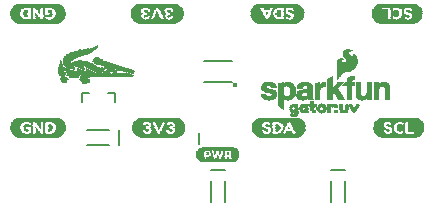
<source format=gto>
G75*
%MOIN*%
%OFA0B0*%
%FSLAX25Y25*%
%IPPOS*%
%LPD*%
%AMOC8*
5,1,8,0,0,1.08239X$1,22.5*
%
%ADD10C,0.00800*%
%ADD11C,0.00300*%
%ADD12R,0.10748X0.00118*%
%ADD13R,0.11457X0.00118*%
%ADD14R,0.11929X0.00079*%
%ADD15R,0.12402X0.00157*%
%ADD16R,0.12638X0.00118*%
%ADD17R,0.12874X0.00118*%
%ADD18R,0.13110X0.00079*%
%ADD19R,0.04961X0.00118*%
%ADD20R,0.03071X0.00118*%
%ADD21R,0.05079X0.00118*%
%ADD22R,0.02244X0.00157*%
%ADD23R,0.00945X0.00157*%
%ADD24R,0.01181X0.00157*%
%ADD25R,0.00472X0.00157*%
%ADD26R,0.02835X0.00157*%
%ADD27R,0.02244X0.00118*%
%ADD28R,0.00591X0.00118*%
%ADD29R,0.00945X0.00118*%
%ADD30R,0.00354X0.00118*%
%ADD31R,0.02598X0.00118*%
%ADD32R,0.02362X0.00118*%
%ADD33R,0.00472X0.00118*%
%ADD34R,0.00827X0.00118*%
%ADD35R,0.02480X0.00118*%
%ADD36R,0.02480X0.00157*%
%ADD37R,0.00236X0.00157*%
%ADD38R,0.00709X0.00157*%
%ADD39R,0.00354X0.00157*%
%ADD40R,0.00709X0.00118*%
%ADD41R,0.00236X0.00118*%
%ADD42R,0.02598X0.00157*%
%ADD43R,0.00591X0.00157*%
%ADD44R,0.00118X0.00157*%
%ADD45R,0.02717X0.00118*%
%ADD46R,0.02835X0.00118*%
%ADD47R,0.00827X0.00157*%
%ADD48R,0.01299X0.00118*%
%ADD49R,0.01654X0.00118*%
%ADD50R,0.01063X0.00118*%
%ADD51R,0.01063X0.00157*%
%ADD52R,0.01181X0.00118*%
%ADD53R,0.02126X0.00118*%
%ADD54R,0.02126X0.00157*%
%ADD55R,0.01417X0.00118*%
%ADD56R,0.13110X0.00118*%
%ADD57R,0.12402X0.00118*%
%ADD58R,0.11929X0.00118*%
%ADD59R,0.12756X0.00157*%
%ADD60R,0.13701X0.00157*%
%ADD61R,0.14331X0.00157*%
%ADD62R,0.14961X0.00157*%
%ADD63R,0.15276X0.00157*%
%ADD64R,0.15591X0.00157*%
%ADD65R,0.15906X0.00157*%
%ADD66R,0.03780X0.00157*%
%ADD67R,0.07087X0.00157*%
%ADD68R,0.03465X0.00157*%
%ADD69R,0.01102X0.00157*%
%ADD70R,0.02362X0.00157*%
%ADD71R,0.03307X0.00157*%
%ADD72R,0.00787X0.00157*%
%ADD73R,0.00630X0.00157*%
%ADD74R,0.02047X0.00157*%
%ADD75R,0.03150X0.00157*%
%ADD76R,0.01890X0.00157*%
%ADD77R,0.00315X0.00157*%
%ADD78R,0.01732X0.00157*%
%ADD79R,0.01575X0.00157*%
%ADD80R,0.01417X0.00157*%
%ADD81R,0.01260X0.00157*%
%ADD82R,0.04409X0.00157*%
%ADD83R,0.03622X0.00157*%
%ADD84R,0.02205X0.00157*%
%ADD85R,0.05039X0.00157*%
%ADD86R,0.00157X0.00157*%
%ADD87R,0.02992X0.00157*%
%ADD88R,0.02520X0.00157*%
%ADD89R,0.14646X0.00157*%
%ADD90R,0.16220X0.00157*%
%ADD91R,0.16535X0.00157*%
%ADD92R,0.16850X0.00157*%
%ADD93R,0.04252X0.00157*%
%ADD94R,0.11969X0.00157*%
%ADD95R,0.04094X0.00157*%
%ADD96R,0.03937X0.00157*%
%ADD97R,0.12126X0.00157*%
%ADD98R,0.13071X0.00157*%
%ADD99R,0.04882X0.00157*%
%ADD100R,0.05197X0.00157*%
%ADD101R,0.02677X0.00157*%
%ADD102R,0.14016X0.00157*%
%ADD103R,0.04567X0.00157*%
%ADD104R,0.05354X0.00157*%
%ADD105R,0.00197X0.00079*%
%ADD106R,0.00315X0.00079*%
%ADD107R,0.00984X0.00079*%
%ADD108R,0.01102X0.00118*%
%ADD109R,0.01181X0.00079*%
%ADD110R,0.01142X0.00118*%
%ADD111R,0.01929X0.00118*%
%ADD112R,0.02047X0.00079*%
%ADD113R,0.02047X0.00118*%
%ADD114R,0.02992X0.00079*%
%ADD115R,0.00394X0.00118*%
%ADD116R,0.02992X0.00118*%
%ADD117R,0.04094X0.00079*%
%ADD118R,0.04055X0.00118*%
%ADD119R,0.00591X0.00079*%
%ADD120R,0.03976X0.00079*%
%ADD121R,0.05236X0.00079*%
%ADD122R,0.05276X0.00118*%
%ADD123R,0.00472X0.00079*%
%ADD124R,0.05276X0.00079*%
%ADD125R,0.06142X0.00118*%
%ADD126R,0.05906X0.00079*%
%ADD127R,0.05827X0.00118*%
%ADD128R,0.06811X0.00079*%
%ADD129R,0.06732X0.00118*%
%ADD130R,0.06614X0.00079*%
%ADD131R,0.06693X0.00118*%
%ADD132R,0.06299X0.00079*%
%ADD133R,0.06417X0.00118*%
%ADD134R,0.06732X0.00079*%
%ADD135R,0.06299X0.00118*%
%ADD136R,0.06417X0.00079*%
%ADD137R,0.06220X0.00118*%
%ADD138R,0.05866X0.00079*%
%ADD139R,0.05630X0.00118*%
%ADD140R,0.05433X0.00079*%
%ADD141R,0.05354X0.00118*%
%ADD142R,0.05039X0.00079*%
%ADD143R,0.04843X0.00118*%
%ADD144R,0.04764X0.00079*%
%ADD145R,0.04449X0.00118*%
%ADD146R,0.00787X0.00118*%
%ADD147R,0.04173X0.00079*%
%ADD148R,0.01260X0.00079*%
%ADD149R,0.04173X0.00118*%
%ADD150R,0.01732X0.00118*%
%ADD151R,0.03819X0.00079*%
%ADD152R,0.01929X0.00079*%
%ADD153R,0.03701X0.00118*%
%ADD154R,0.02323X0.00118*%
%ADD155R,0.03583X0.00079*%
%ADD156R,0.02520X0.00079*%
%ADD157R,0.03425X0.00118*%
%ADD158R,0.03425X0.00079*%
%ADD159R,0.02913X0.00079*%
%ADD160R,0.03228X0.00079*%
%ADD161R,0.03110X0.00079*%
%ADD162R,0.00276X0.00118*%
%ADD163R,0.03110X0.00118*%
%ADD164R,0.03307X0.00118*%
%ADD165R,0.00276X0.00079*%
%ADD166R,0.03031X0.00079*%
%ADD167R,0.03504X0.00079*%
%ADD168R,0.02913X0.00118*%
%ADD169R,0.03583X0.00118*%
%ADD170R,0.00394X0.00079*%
%ADD171R,0.02835X0.00079*%
%ADD172R,0.03701X0.00079*%
%ADD173R,0.03465X0.00118*%
%ADD174R,0.04094X0.00118*%
%ADD175R,0.02638X0.00079*%
%ADD176R,0.04291X0.00079*%
%ADD177R,0.02520X0.00118*%
%ADD178R,0.04370X0.00118*%
%ADD179R,0.05354X0.00079*%
%ADD180R,0.04961X0.00079*%
%ADD181R,0.02362X0.00079*%
%ADD182R,0.05945X0.00079*%
%ADD183R,0.05118X0.00079*%
%ADD184R,0.00669X0.00118*%
%ADD185R,0.06614X0.00118*%
%ADD186R,0.05433X0.00118*%
%ADD187R,0.00669X0.00079*%
%ADD188R,0.09331X0.00079*%
%ADD189R,0.05551X0.00079*%
%ADD190R,0.00748X0.00118*%
%ADD191R,0.09528X0.00118*%
%ADD192R,0.05669X0.00118*%
%ADD193R,0.00748X0.00079*%
%ADD194R,0.09724X0.00079*%
%ADD195R,0.06024X0.00079*%
%ADD196R,0.00866X0.00118*%
%ADD197R,0.09724X0.00118*%
%ADD198R,0.10000X0.00079*%
%ADD199R,0.01142X0.00079*%
%ADD200R,0.10039X0.00079*%
%ADD201R,0.10000X0.00118*%
%ADD202R,0.05157X0.00118*%
%ADD203R,0.10276X0.00079*%
%ADD204R,0.01260X0.00118*%
%ADD205R,0.10394X0.00118*%
%ADD206R,0.05236X0.00118*%
%ADD207R,0.05157X0.00079*%
%ADD208R,0.01339X0.00118*%
%ADD209R,0.05551X0.00118*%
%ADD210R,0.01457X0.00079*%
%ADD211R,0.05827X0.00079*%
%ADD212R,0.01575X0.00118*%
%ADD213R,0.02441X0.00118*%
%ADD214R,0.03504X0.00118*%
%ADD215R,0.05866X0.00118*%
%ADD216R,0.01772X0.00079*%
%ADD217R,0.02717X0.00079*%
%ADD218R,0.02323X0.00079*%
%ADD219R,0.03780X0.00079*%
%ADD220R,0.01850X0.00118*%
%ADD221R,0.02638X0.00118*%
%ADD222R,0.00315X0.00118*%
%ADD223R,0.06496X0.00118*%
%ADD224R,0.01969X0.00079*%
%ADD225R,0.02441X0.00079*%
%ADD226R,0.01850X0.00079*%
%ADD227R,0.03858X0.00079*%
%ADD228R,0.06693X0.00079*%
%ADD229R,0.02165X0.00118*%
%ADD230R,0.07205X0.00118*%
%ADD231R,0.04921X0.00079*%
%ADD232R,0.04409X0.00079*%
%ADD233R,0.00984X0.00118*%
%ADD234R,0.04488X0.00118*%
%ADD235R,0.02795X0.00079*%
%ADD236R,0.01378X0.00079*%
%ADD237R,0.00866X0.00079*%
%ADD238R,0.04685X0.00079*%
%ADD239R,0.00906X0.00118*%
%ADD240R,0.04567X0.00118*%
%ADD241R,0.00945X0.00079*%
%ADD242R,0.00787X0.00079*%
%ADD243R,0.04449X0.00079*%
%ADD244R,0.01811X0.00079*%
%ADD245R,0.04882X0.00079*%
%ADD246R,0.00906X0.00079*%
%ADD247R,0.04370X0.00079*%
%ADD248R,0.05039X0.00118*%
%ADD249R,0.01535X0.00079*%
%ADD250R,0.04055X0.00079*%
%ADD251R,0.03228X0.00118*%
%ADD252R,0.03780X0.00118*%
%ADD253R,0.03386X0.00079*%
%ADD254R,0.01969X0.00118*%
%ADD255R,0.03189X0.00118*%
%ADD256R,0.03622X0.00079*%
%ADD257R,0.01457X0.00118*%
%ADD258R,0.08937X0.00079*%
%ADD259R,0.09134X0.00118*%
%ADD260R,0.01535X0.00118*%
%ADD261R,0.09252X0.00079*%
%ADD262R,0.02126X0.00079*%
%ADD263R,0.01654X0.00079*%
%ADD264R,0.09843X0.00118*%
%ADD265R,0.02008X0.00118*%
%ADD266R,0.09921X0.00079*%
%ADD267R,0.00079X0.00079*%
%ADD268R,0.10512X0.00118*%
%ADD269R,0.03031X0.00118*%
%ADD270R,0.04685X0.00118*%
%ADD271R,0.14488X0.00079*%
%ADD272R,0.06142X0.00079*%
%ADD273R,0.00709X0.00079*%
%ADD274R,0.01496X0.00079*%
%ADD275R,0.14685X0.00079*%
%ADD276R,0.01496X0.00118*%
%ADD277R,0.16811X0.00118*%
%ADD278R,0.04646X0.00079*%
%ADD279R,0.16890X0.00079*%
%ADD280R,0.00512X0.00118*%
%ADD281R,0.17008X0.00118*%
%ADD282R,0.01299X0.00079*%
%ADD283R,0.17205X0.00079*%
%ADD284R,0.17323X0.00118*%
%ADD285R,0.17402X0.00079*%
%ADD286R,0.03622X0.00118*%
%ADD287R,0.17402X0.00118*%
%ADD288R,0.01378X0.00118*%
%ADD289R,0.03386X0.00118*%
%ADD290R,0.02008X0.00079*%
%ADD291R,0.03150X0.00079*%
%ADD292R,0.02205X0.00079*%
%ADD293R,0.03150X0.00118*%
%ADD294R,0.02953X0.00118*%
%ADD295R,0.02756X0.00079*%
%ADD296R,0.02559X0.00079*%
%ADD297R,0.00197X0.00118*%
%ADD298C,0.01500*%
D10*
X0200873Y0247857D02*
X0200873Y0254943D01*
X0200873Y0258369D02*
X0205794Y0258369D01*
X0205794Y0254943D02*
X0205794Y0247857D01*
X0197083Y0267025D02*
X0197083Y0270775D01*
X0198707Y0287857D02*
X0207959Y0287857D01*
X0207959Y0294943D02*
X0198707Y0294943D01*
X0168845Y0284156D02*
X0168845Y0281006D01*
X0168845Y0284156D02*
X0166483Y0284156D01*
X0160184Y0284156D02*
X0157822Y0284156D01*
X0157822Y0281006D01*
X0159790Y0271861D02*
X0166877Y0271861D01*
X0170302Y0271861D02*
X0170302Y0266939D01*
X0166877Y0266939D02*
X0159790Y0266939D01*
X0240873Y0258369D02*
X0245794Y0258369D01*
X0245794Y0254943D02*
X0245794Y0247857D01*
X0240873Y0247857D02*
X0240873Y0254943D01*
D11*
X0224849Y0278794D02*
X0224495Y0279148D01*
X0223904Y0279620D01*
X0223550Y0279975D01*
X0223353Y0280132D01*
X0223353Y0287416D01*
X0223510Y0287455D01*
X0223707Y0287494D01*
X0223904Y0287494D01*
X0224062Y0287534D01*
X0224259Y0287573D01*
X0224416Y0287613D01*
X0224810Y0287691D01*
X0224810Y0286983D01*
X0224967Y0287180D01*
X0225125Y0287337D01*
X0225322Y0287494D01*
X0225715Y0287731D01*
X0226188Y0287809D01*
X0226463Y0287809D01*
X0227054Y0287770D01*
X0227605Y0287573D01*
X0228038Y0287298D01*
X0228392Y0286904D01*
X0228668Y0286471D01*
X0228825Y0285959D01*
X0228944Y0285408D01*
X0228983Y0284817D01*
X0227448Y0284857D01*
X0227448Y0285211D01*
X0227408Y0285526D01*
X0227290Y0285841D01*
X0227172Y0286117D01*
X0226975Y0286353D01*
X0226739Y0286510D01*
X0226463Y0286628D01*
X0226109Y0286668D01*
X0225794Y0286628D01*
X0225479Y0286510D01*
X0225282Y0286353D01*
X0225085Y0286117D01*
X0224967Y0285841D01*
X0224849Y0285526D01*
X0224810Y0285211D01*
X0224810Y0284542D01*
X0224967Y0283912D01*
X0225085Y0283636D01*
X0225282Y0283439D01*
X0225518Y0283243D01*
X0225794Y0283164D01*
X0226148Y0283124D01*
X0226463Y0283164D01*
X0226778Y0283243D01*
X0227014Y0283439D01*
X0227172Y0283636D01*
X0227290Y0283912D01*
X0228629Y0283282D01*
X0228392Y0282849D01*
X0228038Y0282494D01*
X0227605Y0282180D01*
X0227133Y0282022D01*
X0226542Y0281943D01*
X0225833Y0282061D01*
X0225597Y0282180D01*
X0225203Y0282416D01*
X0224888Y0282809D01*
X0224849Y0282809D01*
X0224849Y0278794D01*
X0224849Y0279012D02*
X0224630Y0279012D01*
X0224849Y0279311D02*
X0224291Y0279311D01*
X0223918Y0279609D02*
X0224849Y0279609D01*
X0224849Y0279908D02*
X0223617Y0279908D01*
X0223353Y0280206D02*
X0224849Y0280206D01*
X0224849Y0280505D02*
X0223353Y0280505D01*
X0223353Y0280803D02*
X0224849Y0280803D01*
X0224849Y0281102D02*
X0223353Y0281102D01*
X0223353Y0281401D02*
X0224849Y0281401D01*
X0224849Y0281699D02*
X0223353Y0281699D01*
X0223353Y0281998D02*
X0224849Y0281998D01*
X0224849Y0282296D02*
X0223353Y0282296D01*
X0223353Y0282595D02*
X0224849Y0282595D01*
X0225060Y0282595D02*
X0228138Y0282595D01*
X0228417Y0282893D02*
X0223353Y0282893D01*
X0223353Y0283192D02*
X0225697Y0283192D01*
X0225231Y0283490D02*
X0223353Y0283490D01*
X0223353Y0283789D02*
X0225020Y0283789D01*
X0224923Y0284087D02*
X0223353Y0284087D01*
X0223353Y0284386D02*
X0224849Y0284386D01*
X0224810Y0284684D02*
X0223353Y0284684D01*
X0223353Y0284983D02*
X0224810Y0284983D01*
X0224818Y0285281D02*
X0223353Y0285281D01*
X0223353Y0285580D02*
X0224869Y0285580D01*
X0224983Y0285878D02*
X0223353Y0285878D01*
X0223353Y0286177D02*
X0225135Y0286177D01*
X0225435Y0286475D02*
X0223353Y0286475D01*
X0223353Y0286774D02*
X0228475Y0286774D01*
X0228665Y0286475D02*
X0226791Y0286475D01*
X0227122Y0286177D02*
X0228758Y0286177D01*
X0228843Y0285878D02*
X0227274Y0285878D01*
X0227388Y0285580D02*
X0228907Y0285580D01*
X0228952Y0285281D02*
X0227439Y0285281D01*
X0227448Y0284983D02*
X0228972Y0284983D01*
X0228983Y0284817D02*
X0228944Y0284266D01*
X0228825Y0283754D01*
X0228629Y0283282D01*
X0227290Y0283912D01*
X0227408Y0284227D01*
X0227448Y0284542D01*
X0227448Y0284857D01*
X0228983Y0284817D01*
X0228973Y0284684D02*
X0227448Y0284684D01*
X0227428Y0284386D02*
X0228952Y0284386D01*
X0228902Y0284087D02*
X0227356Y0284087D01*
X0227237Y0283789D02*
X0227552Y0283789D01*
X0228833Y0283789D01*
X0228715Y0283490D02*
X0228186Y0283490D01*
X0227055Y0283490D01*
X0226574Y0283192D02*
X0228579Y0283192D01*
X0229455Y0283203D02*
X0229455Y0283400D01*
X0229416Y0283597D01*
X0229495Y0284030D01*
X0229613Y0284384D01*
X0229770Y0284660D01*
X0230046Y0284896D01*
X0230322Y0285054D01*
X0230636Y0285172D01*
X0230951Y0285250D01*
X0231306Y0285290D01*
X0231621Y0284463D01*
X0231503Y0284424D01*
X0231424Y0284384D01*
X0231385Y0284345D01*
X0231227Y0284266D01*
X0231188Y0284227D01*
X0231109Y0284187D01*
X0230991Y0283951D01*
X0230991Y0283872D01*
X0230951Y0283794D01*
X0230951Y0283597D01*
X0230991Y0283479D01*
X0230991Y0283400D01*
X0231030Y0283321D01*
X0231070Y0283282D01*
X0231109Y0283203D01*
X0231188Y0283164D01*
X0231227Y0283124D01*
X0231385Y0283046D01*
X0231463Y0283046D01*
X0231542Y0283006D01*
X0231621Y0283006D01*
X0231699Y0282967D01*
X0231896Y0282967D01*
X0232093Y0283006D01*
X0232290Y0283006D01*
X0232448Y0283085D01*
X0232605Y0283124D01*
X0232723Y0283203D01*
X0232802Y0283282D01*
X0232881Y0283400D01*
X0232959Y0283479D01*
X0233038Y0283715D01*
X0233077Y0283794D01*
X0233117Y0283912D01*
X0233117Y0284817D01*
X0233038Y0284739D01*
X0232959Y0284739D01*
X0232802Y0284660D01*
X0232723Y0284660D01*
X0232644Y0284620D01*
X0232487Y0284620D01*
X0232290Y0285408D01*
X0232566Y0285487D01*
X0232802Y0285565D01*
X0232999Y0285683D01*
X0233117Y0285841D01*
X0233117Y0286274D01*
X0232999Y0286510D01*
X0232959Y0286550D01*
X0232920Y0286628D01*
X0232684Y0286746D01*
X0232605Y0286746D01*
X0232526Y0286786D01*
X0231818Y0286786D01*
X0231424Y0286589D01*
X0231266Y0286431D01*
X0231227Y0286353D01*
X0231188Y0286235D01*
X0231148Y0286156D01*
X0231148Y0285959D01*
X0229613Y0285959D01*
X0229692Y0286431D01*
X0229770Y0286668D01*
X0229888Y0286825D01*
X0230007Y0287022D01*
X0230125Y0287180D01*
X0230282Y0287298D01*
X0230676Y0287534D01*
X0230873Y0287613D01*
X0231070Y0287652D01*
X0231306Y0287731D01*
X0231542Y0287770D01*
X0231739Y0287809D01*
X0232644Y0287809D01*
X0232841Y0287770D01*
X0233077Y0287770D01*
X0233274Y0287731D01*
X0233471Y0287652D01*
X0233668Y0287613D01*
X0233865Y0287534D01*
X0234337Y0287180D01*
X0234455Y0287022D01*
X0234534Y0286865D01*
X0234613Y0286668D01*
X0234652Y0286471D01*
X0234652Y0283046D01*
X0234692Y0282967D01*
X0234692Y0282613D01*
X0234731Y0282534D01*
X0234731Y0282455D01*
X0234770Y0282376D01*
X0234770Y0282258D01*
X0234810Y0282180D01*
X0234849Y0282140D01*
X0234849Y0282101D01*
X0233314Y0282101D01*
X0233314Y0282140D01*
X0233274Y0282180D01*
X0233274Y0282219D01*
X0233235Y0282258D01*
X0233235Y0282376D01*
X0233196Y0282416D01*
X0233196Y0282652D01*
X0233117Y0282534D01*
X0232999Y0282455D01*
X0232920Y0282376D01*
X0232802Y0282298D01*
X0232684Y0282258D01*
X0232566Y0282180D01*
X0232093Y0282022D01*
X0231975Y0282022D01*
X0231857Y0281983D01*
X0231699Y0281983D01*
X0231581Y0281943D01*
X0231148Y0281943D01*
X0230951Y0281983D01*
X0230755Y0281983D01*
X0230597Y0282022D01*
X0230400Y0282101D01*
X0230243Y0282180D01*
X0230125Y0282258D01*
X0229967Y0282337D01*
X0229849Y0282455D01*
X0229770Y0282573D01*
X0229652Y0282731D01*
X0229573Y0282849D01*
X0229534Y0283046D01*
X0229455Y0283203D01*
X0229461Y0283192D02*
X0231132Y0283192D01*
X0230987Y0283490D02*
X0229437Y0283490D01*
X0229451Y0283789D02*
X0230951Y0283789D01*
X0231059Y0284087D02*
X0229514Y0284087D01*
X0229614Y0284386D02*
X0231427Y0284386D01*
X0231621Y0284463D02*
X0231306Y0285290D01*
X0232014Y0285369D01*
X0232290Y0285408D01*
X0232487Y0284620D01*
X0232408Y0284581D01*
X0232329Y0284581D01*
X0232211Y0284542D01*
X0232054Y0284542D01*
X0231936Y0284502D01*
X0231778Y0284502D01*
X0231699Y0284463D01*
X0231621Y0284463D01*
X0231536Y0284684D02*
X0232471Y0284684D01*
X0232850Y0284684D01*
X0233117Y0284684D02*
X0234652Y0284684D01*
X0234652Y0284386D02*
X0233117Y0284386D01*
X0233117Y0284087D02*
X0234652Y0284087D01*
X0234652Y0283789D02*
X0233075Y0283789D01*
X0232963Y0283490D02*
X0234652Y0283490D01*
X0234652Y0283192D02*
X0232706Y0283192D01*
X0233157Y0282595D02*
X0229754Y0282595D01*
X0229565Y0282893D02*
X0234692Y0282893D01*
X0234701Y0282595D02*
X0233196Y0282595D01*
X0233235Y0282296D02*
X0234770Y0282296D01*
X0235518Y0282296D02*
X0237054Y0282296D01*
X0237054Y0282101D02*
X0235518Y0282101D01*
X0235518Y0287416D01*
X0235715Y0287455D01*
X0235873Y0287494D01*
X0236070Y0287494D01*
X0236266Y0287534D01*
X0236424Y0287573D01*
X0236818Y0287652D01*
X0236975Y0287691D01*
X0236975Y0286628D01*
X0237133Y0286904D01*
X0237290Y0287101D01*
X0237487Y0287337D01*
X0237684Y0287494D01*
X0237959Y0287652D01*
X0238196Y0287731D01*
X0238471Y0287809D01*
X0239022Y0287809D01*
X0239062Y0287770D01*
X0239101Y0287770D01*
X0239101Y0286353D01*
X0239062Y0286353D01*
X0238983Y0286392D01*
X0238550Y0286392D01*
X0238156Y0286353D01*
X0237841Y0286274D01*
X0237566Y0286117D01*
X0237369Y0285880D01*
X0237211Y0285605D01*
X0237133Y0285329D01*
X0237054Y0284975D01*
X0237054Y0282101D01*
X0237054Y0282595D02*
X0235518Y0282595D01*
X0235518Y0282893D02*
X0237054Y0282893D01*
X0237054Y0283192D02*
X0235518Y0283192D01*
X0235518Y0283490D02*
X0237054Y0283490D01*
X0237054Y0283789D02*
X0235518Y0283789D01*
X0235518Y0284087D02*
X0237054Y0284087D01*
X0237054Y0284386D02*
X0235518Y0284386D01*
X0235518Y0284684D02*
X0237054Y0284684D01*
X0237056Y0284983D02*
X0235518Y0284983D01*
X0235518Y0285281D02*
X0237122Y0285281D01*
X0237204Y0285580D02*
X0235518Y0285580D01*
X0235518Y0285878D02*
X0237368Y0285878D01*
X0237671Y0286177D02*
X0235518Y0286177D01*
X0235518Y0286475D02*
X0239101Y0286475D01*
X0239101Y0286774D02*
X0237058Y0286774D01*
X0236975Y0286774D02*
X0235518Y0286774D01*
X0235518Y0287072D02*
X0236975Y0287072D01*
X0237267Y0287072D02*
X0239101Y0287072D01*
X0239101Y0287371D02*
X0237529Y0287371D01*
X0236975Y0287371D02*
X0235518Y0287371D01*
X0234570Y0286774D02*
X0232550Y0286774D01*
X0233016Y0286475D02*
X0234651Y0286475D01*
X0234652Y0286177D02*
X0233117Y0286177D01*
X0233117Y0285878D02*
X0234652Y0285878D01*
X0234652Y0285580D02*
X0232826Y0285580D01*
X0232322Y0285281D02*
X0234652Y0285281D01*
X0234652Y0284983D02*
X0232396Y0284983D01*
X0231423Y0284983D01*
X0230197Y0284983D01*
X0229799Y0284684D02*
X0231536Y0284684D01*
X0231309Y0285281D02*
X0232322Y0285281D01*
X0231309Y0285281D02*
X0231228Y0285281D01*
X0231159Y0286177D02*
X0229649Y0286177D01*
X0229706Y0286475D02*
X0231310Y0286475D01*
X0231793Y0286774D02*
X0229850Y0286774D01*
X0230044Y0287072D02*
X0234418Y0287072D01*
X0234082Y0287371D02*
X0230404Y0287371D01*
X0231121Y0287669D02*
X0233428Y0287669D01*
X0236887Y0287669D02*
X0236975Y0287669D01*
X0238011Y0287669D02*
X0239101Y0287669D01*
X0239692Y0287669D02*
X0241227Y0287669D01*
X0241227Y0287371D02*
X0239692Y0287371D01*
X0239692Y0287072D02*
X0241227Y0287072D01*
X0241227Y0286774D02*
X0239692Y0286774D01*
X0239692Y0286475D02*
X0241227Y0286475D01*
X0241227Y0286177D02*
X0239692Y0286177D01*
X0239692Y0285878D02*
X0241227Y0285878D01*
X0241414Y0285878D02*
X0243119Y0285878D01*
X0242881Y0285644D02*
X0245203Y0282101D01*
X0243353Y0282101D01*
X0241818Y0284581D01*
X0241227Y0284030D01*
X0241227Y0282101D01*
X0239692Y0282101D01*
X0239692Y0288951D01*
X0241227Y0289778D01*
X0241227Y0285683D01*
X0243156Y0287691D01*
X0244967Y0287691D01*
X0242881Y0285644D01*
X0242923Y0285580D02*
X0239692Y0285580D01*
X0239692Y0285281D02*
X0243118Y0285281D01*
X0243314Y0284983D02*
X0239692Y0284983D01*
X0239692Y0284684D02*
X0243510Y0284684D01*
X0243706Y0284386D02*
X0241939Y0284386D01*
X0241608Y0284386D02*
X0239692Y0284386D01*
X0239692Y0284087D02*
X0241288Y0284087D01*
X0241227Y0283789D02*
X0239692Y0283789D01*
X0239692Y0283490D02*
X0241227Y0283490D01*
X0241227Y0283192D02*
X0239692Y0283192D01*
X0239692Y0282893D02*
X0241227Y0282893D01*
X0241227Y0282595D02*
X0239692Y0282595D01*
X0239692Y0282296D02*
X0241227Y0282296D01*
X0242678Y0283192D02*
X0244488Y0283192D01*
X0244293Y0283490D02*
X0242493Y0283490D01*
X0242308Y0283789D02*
X0244097Y0283789D01*
X0243901Y0284087D02*
X0242123Y0284087D01*
X0242863Y0282893D02*
X0244684Y0282893D01*
X0244880Y0282595D02*
X0243047Y0282595D01*
X0243232Y0282296D02*
X0245075Y0282296D01*
X0246148Y0282296D02*
X0247644Y0282296D01*
X0247644Y0282101D02*
X0246148Y0282101D01*
X0246148Y0286668D01*
X0244613Y0286668D01*
X0244770Y0286786D01*
X0245400Y0287416D01*
X0245558Y0287534D01*
X0245676Y0287691D01*
X0246148Y0287691D01*
X0246148Y0288479D01*
X0246266Y0288794D01*
X0246385Y0289069D01*
X0246581Y0289306D01*
X0246857Y0289502D01*
X0247172Y0289660D01*
X0247566Y0289778D01*
X0248707Y0289778D01*
X0248786Y0289739D01*
X0248786Y0288636D01*
X0248117Y0288636D01*
X0247959Y0288597D01*
X0247802Y0288518D01*
X0247723Y0288400D01*
X0247684Y0288321D01*
X0247684Y0288164D01*
X0247644Y0288006D01*
X0247644Y0287691D01*
X0248707Y0287691D01*
X0248707Y0286668D01*
X0247644Y0286668D01*
X0247644Y0282101D01*
X0247644Y0282595D02*
X0246148Y0282595D01*
X0246148Y0282893D02*
X0247644Y0282893D01*
X0247644Y0283192D02*
X0246148Y0283192D01*
X0246148Y0283490D02*
X0247644Y0283490D01*
X0247644Y0283789D02*
X0246148Y0283789D01*
X0246148Y0284087D02*
X0247644Y0284087D01*
X0247644Y0284386D02*
X0246148Y0284386D01*
X0246148Y0284684D02*
X0247644Y0284684D01*
X0247644Y0284983D02*
X0246148Y0284983D01*
X0246148Y0285281D02*
X0247644Y0285281D01*
X0247644Y0285580D02*
X0246148Y0285580D01*
X0246148Y0285878D02*
X0247644Y0285878D01*
X0247644Y0286177D02*
X0246148Y0286177D01*
X0246148Y0286475D02*
X0247644Y0286475D01*
X0248707Y0286774D02*
X0244754Y0286774D01*
X0245057Y0287072D02*
X0248707Y0287072D01*
X0248707Y0287371D02*
X0245355Y0287371D01*
X0245659Y0287669D02*
X0248707Y0287669D01*
X0249180Y0287669D02*
X0250676Y0287669D01*
X0250676Y0287691D02*
X0250676Y0284542D01*
X0250755Y0283912D01*
X0250794Y0283676D01*
X0251030Y0283361D01*
X0251227Y0283243D01*
X0251424Y0283203D01*
X0251660Y0283164D01*
X0251975Y0283203D01*
X0252211Y0283243D01*
X0252408Y0283361D01*
X0252566Y0283518D01*
X0252684Y0283754D01*
X0252802Y0284030D01*
X0252841Y0284345D01*
X0252841Y0287691D01*
X0254377Y0287691D01*
X0254377Y0282101D01*
X0252920Y0282101D01*
X0252920Y0282888D01*
X0252881Y0282888D01*
X0252723Y0282652D01*
X0252566Y0282455D01*
X0252369Y0282298D01*
X0252133Y0282180D01*
X0251936Y0282101D01*
X0251699Y0282022D01*
X0251424Y0281983D01*
X0251188Y0281943D01*
X0250636Y0281983D01*
X0250203Y0282140D01*
X0249849Y0282337D01*
X0249573Y0282573D01*
X0249377Y0282928D01*
X0249259Y0283321D01*
X0249180Y0283754D01*
X0249180Y0287691D01*
X0250676Y0287691D01*
X0250676Y0287371D02*
X0249180Y0287371D01*
X0249180Y0287072D02*
X0250676Y0287072D01*
X0250676Y0286774D02*
X0249180Y0286774D01*
X0249180Y0286475D02*
X0250676Y0286475D01*
X0250676Y0286177D02*
X0249180Y0286177D01*
X0249180Y0285878D02*
X0250676Y0285878D01*
X0250676Y0285580D02*
X0249180Y0285580D01*
X0249180Y0285281D02*
X0250676Y0285281D01*
X0250676Y0284983D02*
X0249180Y0284983D01*
X0249180Y0284684D02*
X0250676Y0284684D01*
X0250695Y0284386D02*
X0249180Y0284386D01*
X0249180Y0284087D02*
X0250733Y0284087D01*
X0250775Y0283789D02*
X0249180Y0283789D01*
X0249228Y0283490D02*
X0250933Y0283490D01*
X0251493Y0283192D02*
X0249297Y0283192D01*
X0249396Y0282893D02*
X0254377Y0282893D01*
X0254377Y0282595D02*
X0252920Y0282595D01*
X0252677Y0282595D02*
X0249562Y0282595D01*
X0249923Y0282296D02*
X0252366Y0282296D01*
X0252920Y0282296D02*
X0254377Y0282296D01*
X0255203Y0282296D02*
X0256739Y0282296D01*
X0256739Y0282101D02*
X0255203Y0282101D01*
X0255203Y0287691D01*
X0256660Y0287691D01*
X0256660Y0286904D01*
X0256699Y0286904D01*
X0256857Y0287140D01*
X0257014Y0287298D01*
X0257211Y0287455D01*
X0257448Y0287613D01*
X0257920Y0287770D01*
X0258156Y0287809D01*
X0258392Y0287809D01*
X0258944Y0287770D01*
X0259377Y0287652D01*
X0259731Y0287455D01*
X0260007Y0287180D01*
X0260203Y0286865D01*
X0260322Y0286471D01*
X0260400Y0286038D01*
X0260440Y0285526D01*
X0260440Y0282101D01*
X0258904Y0282101D01*
X0258904Y0285250D01*
X0258865Y0285565D01*
X0258825Y0285841D01*
X0258786Y0286077D01*
X0258668Y0286274D01*
X0258550Y0286431D01*
X0258353Y0286550D01*
X0258156Y0286589D01*
X0257920Y0286628D01*
X0257605Y0286589D01*
X0257369Y0286550D01*
X0257172Y0286431D01*
X0257014Y0286235D01*
X0256896Y0286038D01*
X0256778Y0285762D01*
X0256739Y0285408D01*
X0256739Y0282101D01*
X0256739Y0282595D02*
X0255203Y0282595D01*
X0255203Y0282893D02*
X0256739Y0282893D01*
X0256739Y0283192D02*
X0255203Y0283192D01*
X0255203Y0283490D02*
X0256739Y0283490D01*
X0256739Y0283789D02*
X0255203Y0283789D01*
X0255203Y0284087D02*
X0256739Y0284087D01*
X0256739Y0284386D02*
X0255203Y0284386D01*
X0255203Y0284684D02*
X0256739Y0284684D01*
X0256739Y0284983D02*
X0255203Y0284983D01*
X0255203Y0285281D02*
X0256739Y0285281D01*
X0256758Y0285580D02*
X0255203Y0285580D01*
X0255203Y0285878D02*
X0256828Y0285878D01*
X0256980Y0286177D02*
X0255203Y0286177D01*
X0255203Y0286475D02*
X0257245Y0286475D01*
X0256812Y0287072D02*
X0260074Y0287072D01*
X0260231Y0286774D02*
X0255203Y0286774D01*
X0255203Y0287072D02*
X0256660Y0287072D01*
X0256660Y0287371D02*
X0255203Y0287371D01*
X0255203Y0287669D02*
X0256660Y0287669D01*
X0257106Y0287371D02*
X0259815Y0287371D01*
X0259313Y0287669D02*
X0257617Y0287669D01*
X0258477Y0286475D02*
X0260320Y0286475D01*
X0260375Y0286177D02*
X0258726Y0286177D01*
X0258819Y0285878D02*
X0260413Y0285878D01*
X0260435Y0285580D02*
X0258863Y0285580D01*
X0258900Y0285281D02*
X0260440Y0285281D01*
X0260440Y0284983D02*
X0258904Y0284983D01*
X0258904Y0284684D02*
X0260440Y0284684D01*
X0260440Y0284386D02*
X0258904Y0284386D01*
X0258904Y0284087D02*
X0260440Y0284087D01*
X0260440Y0283789D02*
X0258904Y0283789D01*
X0258904Y0283490D02*
X0260440Y0283490D01*
X0260440Y0283192D02*
X0258904Y0283192D01*
X0258904Y0282893D02*
X0260440Y0282893D01*
X0260440Y0282595D02*
X0258904Y0282595D01*
X0258904Y0282296D02*
X0260440Y0282296D01*
X0254377Y0283192D02*
X0251883Y0283192D01*
X0252538Y0283490D02*
X0254377Y0283490D01*
X0254377Y0283789D02*
X0252698Y0283789D01*
X0252809Y0284087D02*
X0254377Y0284087D01*
X0254377Y0284386D02*
X0252841Y0284386D01*
X0252841Y0284684D02*
X0254377Y0284684D01*
X0254377Y0284983D02*
X0252841Y0284983D01*
X0252841Y0285281D02*
X0254377Y0285281D01*
X0254377Y0285580D02*
X0252841Y0285580D01*
X0252841Y0285878D02*
X0254377Y0285878D01*
X0254377Y0286177D02*
X0252841Y0286177D01*
X0252841Y0286475D02*
X0254377Y0286475D01*
X0254377Y0286774D02*
X0252841Y0286774D01*
X0252841Y0287072D02*
X0254377Y0287072D01*
X0254377Y0287371D02*
X0252841Y0287371D01*
X0252841Y0287669D02*
X0254377Y0287669D01*
X0248786Y0288863D02*
X0246296Y0288863D01*
X0246181Y0288565D02*
X0247895Y0288565D01*
X0247684Y0288266D02*
X0246148Y0288266D01*
X0246148Y0287968D02*
X0247644Y0287968D01*
X0248786Y0289162D02*
X0246462Y0289162D01*
X0246798Y0289460D02*
X0248786Y0289460D01*
X0248746Y0289759D02*
X0247502Y0289759D01*
X0247068Y0291550D02*
X0242841Y0291550D01*
X0242841Y0291848D02*
X0247775Y0291848D01*
X0247605Y0291746D02*
X0247999Y0291983D01*
X0248314Y0292258D01*
X0248629Y0292573D01*
X0248904Y0292928D01*
X0249298Y0293636D01*
X0249495Y0294345D01*
X0249534Y0295054D01*
X0249416Y0295683D01*
X0249219Y0296235D01*
X0248944Y0296707D01*
X0248629Y0297061D01*
X0248314Y0297219D01*
X0248314Y0296904D01*
X0248235Y0296668D01*
X0248117Y0296589D01*
X0247999Y0296550D01*
X0247723Y0296550D01*
X0247408Y0296707D01*
X0247290Y0296786D01*
X0247133Y0296904D01*
X0247014Y0296983D01*
X0246896Y0297101D01*
X0246818Y0297258D01*
X0246739Y0297376D01*
X0246699Y0297534D01*
X0246660Y0297652D01*
X0246699Y0297770D01*
X0246739Y0297849D01*
X0246778Y0297967D01*
X0246857Y0298085D01*
X0247014Y0298203D01*
X0247172Y0298282D01*
X0247369Y0298321D01*
X0247526Y0298361D01*
X0247644Y0298361D01*
X0247762Y0298321D01*
X0247881Y0298321D01*
X0247841Y0298361D01*
X0247684Y0298479D01*
X0247448Y0298597D01*
X0247133Y0298715D01*
X0246778Y0298833D01*
X0246385Y0298833D01*
X0245951Y0298754D01*
X0245518Y0298518D01*
X0245164Y0298203D01*
X0244967Y0297928D01*
X0244849Y0297573D01*
X0244849Y0297258D01*
X0244928Y0296904D01*
X0245125Y0296550D01*
X0245400Y0296235D01*
X0245715Y0295880D01*
X0245991Y0295565D01*
X0246109Y0295290D01*
X0246109Y0295014D01*
X0246030Y0294778D01*
X0245873Y0294581D01*
X0245636Y0294424D01*
X0245322Y0294345D01*
X0245007Y0294345D01*
X0244810Y0294384D01*
X0244613Y0294463D01*
X0244495Y0294542D01*
X0244377Y0294660D01*
X0244298Y0294817D01*
X0244259Y0294935D01*
X0244259Y0295054D01*
X0244298Y0295172D01*
X0244377Y0295290D01*
X0244534Y0295447D01*
X0244652Y0295487D01*
X0244810Y0295565D01*
X0244849Y0295605D01*
X0244770Y0295644D01*
X0244692Y0295644D01*
X0244534Y0295683D01*
X0244219Y0295683D01*
X0243983Y0295644D01*
X0243589Y0295487D01*
X0243432Y0295369D01*
X0243235Y0295250D01*
X0243117Y0295054D01*
X0242999Y0294817D01*
X0242920Y0294581D01*
X0242841Y0293872D01*
X0242841Y0288833D01*
X0242881Y0288833D01*
X0242959Y0288951D01*
X0243077Y0289069D01*
X0243196Y0289227D01*
X0243392Y0289424D01*
X0243589Y0289660D01*
X0243825Y0289896D01*
X0244022Y0290172D01*
X0244534Y0290683D01*
X0244731Y0290920D01*
X0245125Y0291235D01*
X0245322Y0291353D01*
X0245558Y0291392D01*
X0246306Y0291392D01*
X0246778Y0291471D01*
X0247211Y0291589D01*
X0247605Y0291746D01*
X0248186Y0292147D02*
X0242841Y0292147D01*
X0242841Y0292445D02*
X0248501Y0292445D01*
X0248761Y0292744D02*
X0242841Y0292744D01*
X0242841Y0293042D02*
X0248968Y0293042D01*
X0249134Y0293341D02*
X0242841Y0293341D01*
X0242841Y0293639D02*
X0249299Y0293639D01*
X0249382Y0293938D02*
X0242848Y0293938D01*
X0242882Y0294237D02*
X0249465Y0294237D01*
X0249505Y0294535D02*
X0245804Y0294535D01*
X0246049Y0294834D02*
X0249522Y0294834D01*
X0249519Y0295132D02*
X0246109Y0295132D01*
X0246049Y0295431D02*
X0249463Y0295431D01*
X0249400Y0295729D02*
X0245848Y0295729D01*
X0245584Y0296028D02*
X0249293Y0296028D01*
X0249166Y0296326D02*
X0245320Y0296326D01*
X0245083Y0296625D02*
X0247573Y0296625D01*
X0247104Y0296923D02*
X0244924Y0296923D01*
X0244857Y0297222D02*
X0246836Y0297222D01*
X0246703Y0297520D02*
X0244849Y0297520D01*
X0244931Y0297819D02*
X0246724Y0297819D01*
X0246900Y0298117D02*
X0245103Y0298117D01*
X0245403Y0298416D02*
X0247768Y0298416D01*
X0247135Y0298714D02*
X0245878Y0298714D01*
X0248314Y0296923D02*
X0248752Y0296923D01*
X0248992Y0296625D02*
X0248170Y0296625D01*
X0244517Y0295431D02*
X0243514Y0295431D01*
X0243164Y0295132D02*
X0244285Y0295132D01*
X0244292Y0294834D02*
X0243007Y0294834D01*
X0242915Y0294535D02*
X0244505Y0294535D01*
X0245153Y0291251D02*
X0242841Y0291251D01*
X0242841Y0290953D02*
X0244772Y0290953D01*
X0244505Y0290654D02*
X0242841Y0290654D01*
X0242841Y0290356D02*
X0244207Y0290356D01*
X0243941Y0290057D02*
X0242841Y0290057D01*
X0242841Y0289759D02*
X0243688Y0289759D01*
X0243423Y0289460D02*
X0242841Y0289460D01*
X0242841Y0289162D02*
X0243147Y0289162D01*
X0242901Y0288863D02*
X0242841Y0288863D01*
X0243135Y0287669D02*
X0244945Y0287669D01*
X0244640Y0287371D02*
X0242848Y0287371D01*
X0242561Y0287072D02*
X0244336Y0287072D01*
X0244032Y0286774D02*
X0242275Y0286774D01*
X0241988Y0286475D02*
X0243728Y0286475D01*
X0243423Y0286177D02*
X0241701Y0286177D01*
X0241227Y0287968D02*
X0239692Y0287968D01*
X0239692Y0288266D02*
X0241227Y0288266D01*
X0241227Y0288565D02*
X0239692Y0288565D01*
X0239692Y0288863D02*
X0241227Y0288863D01*
X0241227Y0289162D02*
X0240083Y0289162D01*
X0240637Y0289460D02*
X0241227Y0289460D01*
X0241227Y0289759D02*
X0241192Y0289759D01*
X0232797Y0282296D02*
X0230049Y0282296D01*
X0230695Y0281998D02*
X0231902Y0281998D01*
X0227765Y0282296D02*
X0225403Y0282296D01*
X0226217Y0281998D02*
X0226949Y0281998D01*
X0222644Y0283400D02*
X0222487Y0282967D01*
X0222251Y0282652D01*
X0221936Y0282376D01*
X0221542Y0282180D01*
X0221109Y0282061D01*
X0220636Y0281983D01*
X0220164Y0281943D01*
X0219692Y0281983D01*
X0219219Y0282061D01*
X0218786Y0282180D01*
X0218392Y0282376D01*
X0218077Y0282652D01*
X0217802Y0283006D01*
X0217644Y0283400D01*
X0217566Y0283912D01*
X0219022Y0283912D01*
X0219022Y0283676D01*
X0219101Y0283479D01*
X0219219Y0283321D01*
X0219534Y0283085D01*
X0219770Y0283046D01*
X0219967Y0283006D01*
X0220203Y0282967D01*
X0220361Y0283006D01*
X0220518Y0283006D01*
X0220676Y0283046D01*
X0220833Y0283124D01*
X0220991Y0283243D01*
X0221109Y0283361D01*
X0221188Y0283676D01*
X0221148Y0283833D01*
X0221070Y0283991D01*
X0220912Y0284109D01*
X0220715Y0284227D01*
X0220479Y0284306D01*
X0219849Y0284463D01*
X0219455Y0284542D01*
X0219101Y0284620D01*
X0218786Y0284739D01*
X0218510Y0284857D01*
X0218235Y0285014D01*
X0217999Y0285172D01*
X0217841Y0285408D01*
X0217723Y0285683D01*
X0217684Y0286038D01*
X0217723Y0286510D01*
X0217881Y0286904D01*
X0218156Y0287219D01*
X0218432Y0287455D01*
X0218825Y0287652D01*
X0219219Y0287731D01*
X0219652Y0287809D01*
X0220558Y0287809D01*
X0220991Y0287731D01*
X0221385Y0287613D01*
X0221739Y0287455D01*
X0222054Y0287219D01*
X0222290Y0286904D01*
X0222487Y0286510D01*
X0222566Y0286038D01*
X0221109Y0286038D01*
X0221070Y0286235D01*
X0220991Y0286431D01*
X0220912Y0286550D01*
X0220794Y0286628D01*
X0220636Y0286707D01*
X0220440Y0286786D01*
X0219770Y0286786D01*
X0219652Y0286746D01*
X0219495Y0286707D01*
X0219377Y0286668D01*
X0219219Y0286431D01*
X0219219Y0286274D01*
X0219259Y0286117D01*
X0219377Y0285959D01*
X0219534Y0285841D01*
X0219770Y0285723D01*
X0220007Y0285644D01*
X0220322Y0285605D01*
X0221266Y0285369D01*
X0221621Y0285290D01*
X0222172Y0284975D01*
X0222408Y0284778D01*
X0222566Y0284542D01*
X0222684Y0284266D01*
X0222723Y0283912D01*
X0222644Y0283400D01*
X0222658Y0283490D02*
X0221141Y0283490D01*
X0221159Y0283789D02*
X0222704Y0283789D01*
X0222704Y0284087D02*
X0220941Y0284087D01*
X0220159Y0284386D02*
X0222633Y0284386D01*
X0222471Y0284684D02*
X0218931Y0284684D01*
X0218290Y0284983D02*
X0222158Y0284983D01*
X0221636Y0285281D02*
X0217926Y0285281D01*
X0217768Y0285580D02*
X0220422Y0285580D01*
X0221081Y0286177D02*
X0222542Y0286177D01*
X0222493Y0286475D02*
X0220962Y0286475D01*
X0220470Y0286774D02*
X0222355Y0286774D01*
X0222164Y0287072D02*
X0218028Y0287072D01*
X0217828Y0286774D02*
X0219734Y0286774D01*
X0219248Y0286475D02*
X0217720Y0286475D01*
X0217695Y0286177D02*
X0219243Y0286177D01*
X0219484Y0285878D02*
X0217701Y0285878D01*
X0218333Y0287371D02*
X0221851Y0287371D01*
X0221196Y0287669D02*
X0218912Y0287669D01*
X0219022Y0283789D02*
X0217585Y0283789D01*
X0217630Y0283490D02*
X0219096Y0283490D01*
X0219392Y0283192D02*
X0217728Y0283192D01*
X0217890Y0282893D02*
X0222431Y0282893D01*
X0222569Y0283192D02*
X0220923Y0283192D01*
X0220726Y0281998D02*
X0219602Y0281998D01*
X0218553Y0282296D02*
X0221775Y0282296D01*
X0222185Y0282595D02*
X0218143Y0282595D01*
X0223353Y0287072D02*
X0224810Y0287072D01*
X0224881Y0287072D02*
X0228241Y0287072D01*
X0227923Y0287371D02*
X0225167Y0287371D01*
X0224810Y0287371D02*
X0223353Y0287371D01*
X0224699Y0287669D02*
X0224810Y0287669D01*
X0225613Y0287669D02*
X0227336Y0287669D01*
X0250596Y0281998D02*
X0251528Y0281998D01*
D12*
X0203215Y0265743D03*
X0203215Y0261057D03*
D13*
X0203215Y0261176D03*
X0203215Y0265624D03*
D14*
X0203215Y0265526D03*
D15*
X0203215Y0265408D03*
D16*
X0203215Y0265270D03*
X0203215Y0261491D03*
D17*
X0203215Y0261609D03*
X0203215Y0265152D03*
D18*
X0203215Y0265054D03*
D19*
X0199022Y0264955D03*
X0162833Y0292081D03*
X0164290Y0294128D03*
D20*
X0203156Y0264955D03*
D21*
X0207349Y0264955D03*
D22*
X0197546Y0264817D03*
X0197546Y0261983D03*
D23*
X0199849Y0263872D03*
X0200794Y0264817D03*
X0201148Y0262928D03*
X0206699Y0263872D03*
X0206699Y0261983D03*
X0219530Y0271298D03*
X0220948Y0270510D03*
X0220948Y0273345D03*
X0219530Y0273345D03*
X0222837Y0273345D03*
X0225514Y0272872D03*
X0225514Y0272715D03*
X0224570Y0270668D03*
X0227585Y0278613D03*
X0227585Y0278770D03*
X0227585Y0278928D03*
X0228373Y0280187D03*
X0230892Y0278928D03*
X0230892Y0278613D03*
X0234672Y0281132D03*
X0235302Y0277353D03*
X0241444Y0280187D03*
X0246168Y0280030D03*
X0247428Y0280030D03*
X0249948Y0280030D03*
X0248688Y0277510D03*
X0260030Y0273345D03*
X0261605Y0273502D03*
X0260030Y0271298D03*
X0265385Y0270510D03*
X0265062Y0309298D03*
X0266636Y0309455D03*
X0266636Y0311502D03*
X0261282Y0312290D03*
X0227136Y0311502D03*
X0225719Y0312290D03*
X0225719Y0309455D03*
X0227136Y0309455D03*
X0223829Y0309455D03*
X0221152Y0309928D03*
X0221152Y0310085D03*
X0222097Y0312132D03*
X0185247Y0309928D03*
X0147794Y0310243D03*
X0147794Y0310400D03*
X0147794Y0310557D03*
X0147794Y0310715D03*
X0145432Y0312290D03*
X0143542Y0311502D03*
X0142912Y0309613D03*
X0142912Y0309455D03*
X0139448Y0309455D03*
X0143755Y0273345D03*
X0143755Y0273187D03*
X0143125Y0271298D03*
X0141235Y0270510D03*
X0138873Y0272085D03*
X0138873Y0272243D03*
X0138873Y0272400D03*
X0138873Y0272557D03*
X0147219Y0273345D03*
X0181420Y0272872D03*
D24*
X0202329Y0264817D03*
X0203983Y0264817D03*
X0204928Y0261983D03*
D25*
X0203156Y0262928D03*
X0202329Y0263872D03*
X0201266Y0263400D03*
X0203983Y0263872D03*
X0205282Y0264817D03*
X0221184Y0270983D03*
X0221184Y0271140D03*
X0221184Y0271298D03*
X0221184Y0271455D03*
X0221184Y0271770D03*
X0221184Y0271928D03*
X0221184Y0272085D03*
X0221184Y0272243D03*
X0224963Y0271298D03*
X0225121Y0271455D03*
X0225121Y0271613D03*
X0225278Y0271928D03*
X0227010Y0272243D03*
X0227822Y0277038D03*
X0242782Y0279085D03*
X0261526Y0272400D03*
X0261526Y0272243D03*
X0261684Y0271928D03*
X0261684Y0271770D03*
X0261684Y0271613D03*
X0265463Y0271298D03*
X0265463Y0271140D03*
X0265463Y0270668D03*
X0265463Y0273502D03*
X0265463Y0273975D03*
X0261203Y0308825D03*
X0261203Y0309298D03*
X0261203Y0311502D03*
X0261203Y0311660D03*
X0261203Y0312132D03*
X0264983Y0311187D03*
X0264983Y0311030D03*
X0264983Y0310872D03*
X0265140Y0310557D03*
X0265140Y0310400D03*
X0225483Y0310557D03*
X0225483Y0310715D03*
X0225483Y0310872D03*
X0225483Y0311030D03*
X0225483Y0311345D03*
X0225483Y0311502D03*
X0225483Y0311660D03*
X0225483Y0311817D03*
X0221703Y0311502D03*
X0221546Y0311345D03*
X0221546Y0311187D03*
X0221388Y0310872D03*
X0219656Y0310557D03*
X0185483Y0308983D03*
X0185325Y0309298D03*
X0183121Y0310557D03*
X0183121Y0310715D03*
X0180759Y0308983D03*
X0145353Y0310243D03*
X0145353Y0310400D03*
X0145353Y0310557D03*
X0145353Y0310715D03*
X0145353Y0310872D03*
X0145353Y0311030D03*
X0145353Y0311187D03*
X0145353Y0311345D03*
X0145353Y0311502D03*
X0145353Y0311660D03*
X0145353Y0311817D03*
X0145353Y0311975D03*
X0143778Y0310872D03*
X0142676Y0310243D03*
X0142676Y0310085D03*
X0141259Y0310085D03*
X0141259Y0309928D03*
X0141259Y0309770D03*
X0141259Y0309613D03*
X0141259Y0309455D03*
X0141259Y0309298D03*
X0141259Y0309140D03*
X0141259Y0308983D03*
X0141259Y0308825D03*
X0141259Y0308668D03*
X0141259Y0310243D03*
X0141259Y0310400D03*
X0141259Y0310557D03*
X0141259Y0310715D03*
X0141259Y0310872D03*
X0141259Y0311030D03*
X0141259Y0311187D03*
X0141259Y0311345D03*
X0141259Y0311502D03*
X0141259Y0311660D03*
X0141259Y0311817D03*
X0141259Y0311975D03*
X0141259Y0312132D03*
X0145408Y0274132D03*
X0145408Y0273975D03*
X0145408Y0273817D03*
X0145408Y0273660D03*
X0145408Y0273502D03*
X0145408Y0273345D03*
X0145408Y0273187D03*
X0145408Y0273030D03*
X0145408Y0272872D03*
X0145408Y0272715D03*
X0145408Y0272557D03*
X0145408Y0272400D03*
X0145408Y0272243D03*
X0145408Y0272085D03*
X0145408Y0271928D03*
X0145408Y0271770D03*
X0145408Y0271613D03*
X0145408Y0271455D03*
X0145408Y0271298D03*
X0145408Y0271140D03*
X0145408Y0270983D03*
X0145408Y0270825D03*
X0145408Y0270668D03*
X0143991Y0272557D03*
X0143991Y0272715D03*
X0142888Y0271928D03*
X0141314Y0271928D03*
X0141314Y0272085D03*
X0141314Y0272243D03*
X0141314Y0272400D03*
X0141314Y0272557D03*
X0141314Y0271770D03*
X0141314Y0271613D03*
X0141314Y0271455D03*
X0141314Y0271298D03*
X0141314Y0271140D03*
X0141314Y0270983D03*
X0141314Y0270825D03*
X0181184Y0273817D03*
X0181341Y0273502D03*
X0183546Y0272243D03*
X0183546Y0272085D03*
X0185908Y0273817D03*
D26*
X0208589Y0264817D03*
X0208944Y0262928D03*
X0230554Y0270510D03*
X0230554Y0270668D03*
X0231995Y0277983D03*
X0231995Y0279557D03*
X0228688Y0279557D03*
X0228688Y0278140D03*
X0228688Y0277983D03*
X0237822Y0277983D03*
X0237822Y0278140D03*
X0237822Y0279400D03*
X0237822Y0279557D03*
X0245381Y0277825D03*
X0264282Y0272872D03*
X0264282Y0272715D03*
X0264282Y0272557D03*
X0264282Y0272400D03*
X0264282Y0272243D03*
X0264282Y0272085D03*
X0264282Y0271928D03*
X0264282Y0271770D03*
X0269951Y0270353D03*
X0270109Y0270510D03*
X0270109Y0270668D03*
X0262385Y0309928D03*
X0262385Y0310085D03*
X0262385Y0310243D03*
X0262385Y0310400D03*
X0262385Y0310557D03*
X0262385Y0310715D03*
X0262385Y0310872D03*
X0262385Y0311030D03*
X0256715Y0312447D03*
X0256558Y0312290D03*
X0256558Y0312132D03*
X0216113Y0312132D03*
X0216113Y0312290D03*
X0146534Y0309613D03*
X0140133Y0273187D03*
D27*
X0157774Y0291215D03*
X0166042Y0290624D03*
X0197546Y0264680D03*
X0197546Y0262120D03*
X0197664Y0261845D03*
X0208766Y0261845D03*
X0209003Y0262239D03*
X0209003Y0262317D03*
D28*
X0205223Y0263617D03*
X0205223Y0263735D03*
X0202270Y0264128D03*
X0201207Y0263262D03*
X0200853Y0264680D03*
X0167656Y0291884D03*
X0163955Y0290821D03*
X0159585Y0291884D03*
X0150924Y0294128D03*
X0150924Y0294325D03*
X0160058Y0298695D03*
D29*
X0199849Y0264010D03*
X0199849Y0263735D03*
X0199849Y0263617D03*
X0202329Y0264601D03*
X0202329Y0264680D03*
X0203983Y0264680D03*
X0203983Y0264601D03*
X0205046Y0262790D03*
X0205046Y0262672D03*
X0206699Y0262120D03*
X0206699Y0263735D03*
X0203156Y0262239D03*
X0203156Y0262120D03*
D30*
X0202270Y0263735D03*
X0201207Y0263735D03*
X0201207Y0263617D03*
X0201089Y0264207D03*
X0200971Y0264483D03*
X0205341Y0264483D03*
X0205341Y0264601D03*
X0205341Y0264680D03*
X0157341Y0298302D03*
D31*
X0167597Y0291609D03*
X0197369Y0264010D03*
X0197369Y0263735D03*
X0197369Y0263617D03*
X0197369Y0263538D03*
X0197369Y0263262D03*
X0197369Y0263183D03*
X0197369Y0263065D03*
X0197369Y0262790D03*
X0200676Y0262239D03*
X0200676Y0262120D03*
X0208944Y0262672D03*
X0209062Y0263262D03*
X0208825Y0264601D03*
X0208707Y0264680D03*
D32*
X0200558Y0262593D03*
X0197487Y0262317D03*
X0197487Y0262239D03*
X0197487Y0264483D03*
X0197487Y0264601D03*
X0154329Y0292278D03*
X0152873Y0293931D03*
X0152873Y0294128D03*
X0151219Y0290821D03*
D33*
X0158463Y0291884D03*
X0158463Y0287042D03*
X0173227Y0290428D03*
X0200912Y0264601D03*
X0201266Y0263538D03*
X0202329Y0264010D03*
X0203156Y0262790D03*
X0203156Y0262672D03*
X0203983Y0263735D03*
X0203983Y0264010D03*
X0205282Y0264010D03*
X0205282Y0264128D03*
X0205282Y0264207D03*
D34*
X0205105Y0263183D03*
X0205105Y0263065D03*
X0206640Y0263538D03*
X0206640Y0263617D03*
X0206640Y0264010D03*
X0206640Y0262317D03*
X0206640Y0262239D03*
X0203924Y0264483D03*
X0202270Y0264483D03*
X0201207Y0263065D03*
X0199790Y0263538D03*
D35*
X0200617Y0262317D03*
X0197428Y0262593D03*
X0197428Y0262672D03*
X0197428Y0264128D03*
X0197428Y0264207D03*
X0208885Y0264483D03*
X0209003Y0264207D03*
X0209003Y0264128D03*
X0209121Y0264010D03*
X0209121Y0263735D03*
X0209121Y0263617D03*
X0209121Y0263538D03*
X0209003Y0262593D03*
D36*
X0209003Y0262455D03*
X0209121Y0263872D03*
X0209003Y0264345D03*
X0200617Y0262455D03*
X0197428Y0262455D03*
X0197428Y0264345D03*
D37*
X0201030Y0264345D03*
X0203983Y0263400D03*
D38*
X0203983Y0264345D03*
X0205164Y0263400D03*
X0206581Y0262455D03*
X0203156Y0262455D03*
X0202329Y0264345D03*
D39*
X0201207Y0263872D03*
X0205341Y0264345D03*
D40*
X0205164Y0263538D03*
X0205164Y0263262D03*
X0203983Y0264128D03*
X0203983Y0264207D03*
X0202329Y0264207D03*
X0201266Y0263183D03*
X0199731Y0264128D03*
X0203156Y0262593D03*
X0203156Y0262317D03*
X0206581Y0262593D03*
X0206581Y0264128D03*
X0163030Y0299483D03*
X0150589Y0290152D03*
D41*
X0201148Y0264128D03*
X0201148Y0264010D03*
X0202329Y0263617D03*
X0202329Y0263538D03*
X0203156Y0263262D03*
X0203156Y0263183D03*
X0203156Y0263065D03*
X0203983Y0263538D03*
X0203983Y0263617D03*
D42*
X0200676Y0261983D03*
X0197369Y0262928D03*
X0197369Y0263400D03*
X0197369Y0263872D03*
X0209062Y0263400D03*
D43*
X0205223Y0263872D03*
D44*
X0202270Y0263400D03*
D45*
X0209003Y0263183D03*
X0209003Y0262790D03*
X0162971Y0295191D03*
X0158601Y0289168D03*
X0158601Y0288774D03*
X0153837Y0292672D03*
X0153050Y0294522D03*
D46*
X0159054Y0287908D03*
X0174014Y0291018D03*
X0208944Y0263065D03*
X0200676Y0261845D03*
D47*
X0205105Y0262928D03*
D48*
X0203097Y0261845D03*
X0201089Y0262790D03*
X0151751Y0289561D03*
X0151751Y0289758D03*
X0151751Y0289955D03*
D49*
X0154762Y0292081D03*
X0157479Y0291412D03*
X0157873Y0292278D03*
X0200912Y0262672D03*
D50*
X0204987Y0262593D03*
X0204987Y0262317D03*
X0158168Y0292081D03*
D51*
X0203097Y0261983D03*
X0204987Y0262455D03*
D52*
X0204928Y0262239D03*
X0204928Y0262120D03*
X0206699Y0261845D03*
D53*
X0208944Y0262120D03*
X0152085Y0287908D03*
X0152007Y0289168D03*
D54*
X0208944Y0261983D03*
D55*
X0204928Y0261845D03*
D56*
X0203215Y0261727D03*
D57*
X0203215Y0261412D03*
D58*
X0203215Y0261294D03*
D59*
X0183546Y0269250D03*
X0183546Y0275550D03*
X0183121Y0307250D03*
X0183121Y0313550D03*
D60*
X0183121Y0313392D03*
X0183121Y0307408D03*
X0143306Y0307250D03*
X0143306Y0313550D03*
X0143361Y0275550D03*
X0143361Y0269250D03*
X0183546Y0269408D03*
X0183546Y0275392D03*
X0263573Y0275235D03*
X0263573Y0269565D03*
X0263093Y0307565D03*
X0263093Y0313235D03*
D61*
X0263093Y0313077D03*
X0263093Y0307723D03*
X0263573Y0275077D03*
X0263573Y0269723D03*
X0183546Y0269565D03*
X0183546Y0275235D03*
X0183121Y0307565D03*
X0183121Y0313235D03*
D62*
X0183121Y0313077D03*
X0183121Y0307723D03*
X0183546Y0275077D03*
X0183546Y0269723D03*
X0263573Y0270038D03*
X0263573Y0274762D03*
X0263093Y0308038D03*
X0263093Y0312762D03*
D63*
X0263093Y0312605D03*
X0263093Y0308195D03*
X0223121Y0307723D03*
X0223121Y0313077D03*
X0183121Y0312920D03*
X0183121Y0307880D03*
X0143306Y0307565D03*
X0143306Y0313235D03*
X0143361Y0275235D03*
X0143361Y0269565D03*
X0183546Y0269880D03*
X0183546Y0274920D03*
X0223546Y0275077D03*
X0223546Y0269723D03*
X0263573Y0270195D03*
X0263573Y0274605D03*
D64*
X0223546Y0274920D03*
X0223546Y0269880D03*
X0183546Y0270038D03*
X0183546Y0274762D03*
X0183121Y0308038D03*
X0183121Y0312762D03*
X0223121Y0312920D03*
X0223121Y0307880D03*
D65*
X0223121Y0308038D03*
X0223121Y0312762D03*
X0183121Y0312605D03*
X0183121Y0308195D03*
X0143306Y0307723D03*
X0143306Y0313077D03*
X0143361Y0275077D03*
X0143361Y0269723D03*
X0183546Y0270195D03*
X0183546Y0274605D03*
X0223546Y0274762D03*
X0223546Y0270038D03*
D66*
X0216538Y0272400D03*
X0217168Y0274447D03*
X0230554Y0271770D03*
X0230554Y0271613D03*
X0257038Y0272400D03*
X0257668Y0274447D03*
X0268999Y0308353D03*
X0269629Y0310400D03*
X0230129Y0310400D03*
X0229499Y0308353D03*
X0216113Y0311030D03*
X0216113Y0311187D03*
X0189971Y0309770D03*
X0189341Y0308353D03*
X0176900Y0308353D03*
X0176270Y0310400D03*
X0150314Y0308825D03*
X0150156Y0308668D03*
X0136455Y0308668D03*
X0136298Y0308825D03*
X0136510Y0274132D03*
X0136353Y0273975D03*
X0150211Y0274132D03*
X0150369Y0273975D03*
X0176696Y0273030D03*
X0177325Y0274447D03*
X0189766Y0274447D03*
X0190396Y0272400D03*
D67*
X0183546Y0274447D03*
X0183121Y0308353D03*
X0258841Y0308353D03*
X0267825Y0274447D03*
D68*
X0257353Y0274290D03*
X0256881Y0273187D03*
X0256881Y0273030D03*
X0256881Y0272872D03*
X0256881Y0272715D03*
X0257353Y0270510D03*
X0257510Y0270353D03*
X0230554Y0271298D03*
X0230554Y0271455D03*
X0216853Y0270510D03*
X0216381Y0272872D03*
X0216381Y0273030D03*
X0216381Y0273187D03*
X0190554Y0272872D03*
X0190554Y0272715D03*
X0190554Y0272243D03*
X0190554Y0272085D03*
X0189924Y0270353D03*
X0190081Y0274290D03*
X0177010Y0274290D03*
X0176538Y0273187D03*
X0176538Y0271770D03*
X0177168Y0270353D03*
X0150841Y0271613D03*
X0150684Y0271298D03*
X0150684Y0271140D03*
X0150526Y0270983D03*
X0150841Y0273187D03*
X0150684Y0273502D03*
X0136196Y0273817D03*
X0136038Y0273502D03*
X0135881Y0273187D03*
X0135881Y0273030D03*
X0135881Y0271770D03*
X0135881Y0271613D03*
X0136038Y0271298D03*
X0136038Y0271140D03*
X0136196Y0270983D03*
X0135983Y0309298D03*
X0135825Y0309613D03*
X0135825Y0311187D03*
X0135983Y0311502D03*
X0135983Y0311660D03*
X0136140Y0311817D03*
X0150471Y0311817D03*
X0150629Y0311660D03*
X0150629Y0311502D03*
X0150786Y0311187D03*
X0150786Y0311030D03*
X0150786Y0309770D03*
X0150786Y0309613D03*
X0150629Y0309298D03*
X0150471Y0308983D03*
X0176113Y0309928D03*
X0176113Y0310085D03*
X0176113Y0310557D03*
X0176113Y0310715D03*
X0176743Y0312447D03*
X0176585Y0308510D03*
X0189656Y0308510D03*
X0190129Y0309613D03*
X0190129Y0311030D03*
X0189499Y0312447D03*
X0216113Y0311502D03*
X0216113Y0311345D03*
X0229814Y0312290D03*
X0230286Y0309928D03*
X0230286Y0309770D03*
X0230286Y0309613D03*
X0269156Y0312447D03*
X0269314Y0312290D03*
X0269786Y0310085D03*
X0269786Y0309928D03*
X0269786Y0309770D03*
X0269786Y0309613D03*
X0269314Y0308510D03*
D69*
X0266715Y0311345D03*
X0265455Y0310085D03*
X0265140Y0309455D03*
X0264983Y0309140D03*
X0264825Y0308983D03*
X0262778Y0309455D03*
X0261361Y0308510D03*
X0264825Y0311975D03*
X0227215Y0311345D03*
X0225798Y0308510D03*
X0222176Y0312290D03*
X0187215Y0309770D03*
X0187058Y0309613D03*
X0187058Y0311187D03*
X0187058Y0311345D03*
X0185168Y0310085D03*
X0185640Y0308510D03*
X0183121Y0309928D03*
X0183121Y0310085D03*
X0180601Y0308510D03*
X0179341Y0309770D03*
X0179184Y0309613D03*
X0179184Y0311187D03*
X0179184Y0311345D03*
X0147715Y0310085D03*
X0147085Y0309455D03*
X0142991Y0309298D03*
X0143463Y0311660D03*
X0139369Y0311345D03*
X0139369Y0309613D03*
X0181026Y0274290D03*
X0181499Y0272715D03*
X0179609Y0273187D03*
X0179451Y0273030D03*
X0179609Y0271613D03*
X0179609Y0271455D03*
X0183546Y0272715D03*
X0183546Y0272872D03*
X0186066Y0274290D03*
X0187325Y0273030D03*
X0187483Y0273187D03*
X0187483Y0271613D03*
X0187483Y0271455D03*
X0219451Y0271455D03*
X0220869Y0274290D03*
X0224491Y0270510D03*
X0229396Y0277038D03*
X0229554Y0277195D03*
X0229554Y0277353D03*
X0229554Y0278613D03*
X0229554Y0278770D03*
X0229554Y0278928D03*
X0230814Y0278770D03*
X0230971Y0278455D03*
X0230971Y0279085D03*
X0232861Y0278928D03*
X0232861Y0278770D03*
X0232861Y0278613D03*
X0234751Y0278613D03*
X0234751Y0278770D03*
X0234751Y0278928D03*
X0234751Y0279085D03*
X0234751Y0278455D03*
X0234751Y0278298D03*
X0234751Y0280345D03*
X0234751Y0280502D03*
X0234751Y0280660D03*
X0234751Y0280817D03*
X0234751Y0280975D03*
X0236798Y0279085D03*
X0236798Y0278928D03*
X0236798Y0278770D03*
X0236798Y0278613D03*
X0236798Y0278455D03*
X0238845Y0278455D03*
X0238845Y0278613D03*
X0238845Y0278770D03*
X0238845Y0278928D03*
X0238845Y0279085D03*
X0240262Y0279085D03*
X0240262Y0278928D03*
X0240262Y0278770D03*
X0240262Y0278613D03*
X0240262Y0278455D03*
X0240262Y0278298D03*
X0240262Y0278140D03*
X0240262Y0277983D03*
X0240262Y0277825D03*
X0240262Y0277668D03*
X0240262Y0277510D03*
X0242782Y0277510D03*
X0242782Y0277668D03*
X0242782Y0277825D03*
X0242782Y0277983D03*
X0242782Y0278140D03*
X0242782Y0279243D03*
X0242782Y0279400D03*
X0242782Y0279557D03*
X0242782Y0279715D03*
X0242782Y0279872D03*
X0244199Y0279872D03*
X0244199Y0279715D03*
X0244199Y0279557D03*
X0244199Y0279400D03*
X0244199Y0279243D03*
X0244199Y0279085D03*
X0244199Y0278928D03*
X0244199Y0278770D03*
X0244199Y0278613D03*
X0244199Y0280030D03*
X0246247Y0279872D03*
X0246247Y0279715D03*
X0246247Y0279557D03*
X0246247Y0279400D03*
X0246247Y0279243D03*
X0246247Y0279085D03*
X0246247Y0278928D03*
X0246247Y0278770D03*
X0246247Y0278613D03*
X0247664Y0279400D03*
X0247822Y0279243D03*
X0247979Y0278928D03*
X0247507Y0279715D03*
X0247507Y0279872D03*
X0249396Y0278928D03*
X0249554Y0279243D03*
X0249869Y0279715D03*
X0249869Y0279872D03*
X0259951Y0271455D03*
X0261211Y0272715D03*
X0261526Y0273345D03*
X0261684Y0273660D03*
X0261841Y0273817D03*
X0263888Y0273345D03*
X0265306Y0274290D03*
X0261841Y0270825D03*
X0227664Y0278455D03*
X0227664Y0279085D03*
X0147298Y0273187D03*
X0147298Y0271455D03*
X0143203Y0271140D03*
X0143676Y0273502D03*
X0139581Y0273345D03*
X0138951Y0272715D03*
D70*
X0183546Y0274132D03*
X0183546Y0274290D03*
X0185908Y0272085D03*
X0220239Y0273187D03*
X0227010Y0270353D03*
X0228924Y0277510D03*
X0232231Y0277510D03*
X0232231Y0280030D03*
X0234908Y0280030D03*
X0234908Y0279872D03*
X0234908Y0279715D03*
X0234908Y0279557D03*
X0234908Y0279400D03*
X0240892Y0279557D03*
X0240892Y0279715D03*
X0240892Y0279872D03*
X0240892Y0280030D03*
X0245459Y0277510D03*
X0260739Y0273187D03*
X0261999Y0274290D03*
X0264668Y0308510D03*
X0265928Y0309613D03*
X0226428Y0309613D03*
X0219656Y0312447D03*
X0183121Y0308668D03*
X0183121Y0308510D03*
X0180759Y0310715D03*
D71*
X0176507Y0312290D03*
X0176034Y0311187D03*
X0176034Y0311030D03*
X0176034Y0310872D03*
X0176034Y0309770D03*
X0176034Y0309613D03*
X0176192Y0309140D03*
X0176349Y0308825D03*
X0176507Y0308668D03*
X0189735Y0308668D03*
X0189892Y0308825D03*
X0190050Y0309140D03*
X0190050Y0309298D03*
X0190050Y0309455D03*
X0190207Y0311187D03*
X0189735Y0312290D03*
X0216034Y0311660D03*
X0229892Y0308668D03*
X0230050Y0308825D03*
X0230050Y0308983D03*
X0230207Y0309140D03*
X0230207Y0309298D03*
X0230207Y0309455D03*
X0230207Y0311345D03*
X0230207Y0311502D03*
X0230207Y0311660D03*
X0230050Y0311975D03*
X0264668Y0308353D03*
X0269392Y0308668D03*
X0269550Y0308825D03*
X0269550Y0308983D03*
X0269707Y0309140D03*
X0269707Y0309298D03*
X0269707Y0309455D03*
X0269707Y0311345D03*
X0269707Y0311502D03*
X0261999Y0274447D03*
X0257274Y0274132D03*
X0257117Y0273975D03*
X0257117Y0273817D03*
X0256959Y0273660D03*
X0256959Y0273502D03*
X0256959Y0273345D03*
X0256959Y0271455D03*
X0256959Y0271298D03*
X0230633Y0271140D03*
X0216617Y0270825D03*
X0216459Y0271140D03*
X0216459Y0271298D03*
X0216459Y0271455D03*
X0216459Y0273345D03*
X0216459Y0273502D03*
X0216459Y0273660D03*
X0216617Y0273817D03*
X0216617Y0273975D03*
X0216774Y0274132D03*
X0190633Y0273187D03*
X0190633Y0273030D03*
X0190475Y0273660D03*
X0190318Y0273975D03*
X0190160Y0274132D03*
X0190633Y0271928D03*
X0190633Y0271770D03*
X0190633Y0271613D03*
X0190160Y0270510D03*
X0176932Y0270510D03*
X0176459Y0271613D03*
X0176617Y0273345D03*
X0176617Y0273502D03*
X0176617Y0273660D03*
X0176774Y0273975D03*
X0176932Y0274132D03*
X0150920Y0273030D03*
X0150920Y0272872D03*
X0150920Y0272715D03*
X0150920Y0272557D03*
X0150920Y0272400D03*
X0150920Y0272243D03*
X0150920Y0272085D03*
X0150920Y0271928D03*
X0150920Y0271770D03*
X0150762Y0271455D03*
X0150762Y0273345D03*
X0135959Y0273345D03*
X0135802Y0272872D03*
X0135802Y0272715D03*
X0135802Y0272557D03*
X0135802Y0272400D03*
X0135802Y0272243D03*
X0135802Y0272085D03*
X0135802Y0271928D03*
X0135959Y0271455D03*
X0135904Y0309455D03*
X0135747Y0309770D03*
X0135747Y0309928D03*
X0135747Y0310085D03*
X0135747Y0310243D03*
X0135747Y0310400D03*
X0135747Y0310557D03*
X0135747Y0310715D03*
X0135747Y0310872D03*
X0135747Y0311030D03*
X0135904Y0311345D03*
X0150707Y0311345D03*
X0150865Y0310872D03*
X0150865Y0310715D03*
X0150865Y0310557D03*
X0150865Y0310400D03*
X0150865Y0310243D03*
X0150865Y0310085D03*
X0150865Y0309928D03*
X0150707Y0309455D03*
D72*
X0147085Y0311502D03*
X0145510Y0309455D03*
X0145510Y0308668D03*
X0142833Y0309770D03*
X0143621Y0311187D03*
X0143621Y0311345D03*
X0141259Y0312447D03*
X0179184Y0311502D03*
X0179184Y0309455D03*
X0180601Y0308668D03*
X0180916Y0309455D03*
X0180916Y0309613D03*
X0183121Y0310243D03*
X0183121Y0310400D03*
X0185168Y0309770D03*
X0185640Y0308668D03*
X0187058Y0309455D03*
X0187058Y0311502D03*
X0221231Y0310400D03*
X0221231Y0310243D03*
X0225640Y0310243D03*
X0225640Y0309298D03*
X0225640Y0308668D03*
X0225640Y0312132D03*
X0261361Y0309613D03*
X0262778Y0311502D03*
X0264825Y0311660D03*
X0264825Y0311817D03*
X0265298Y0310243D03*
X0246247Y0280187D03*
X0244199Y0280187D03*
X0242782Y0280030D03*
X0240262Y0280187D03*
X0240262Y0277353D03*
X0242782Y0277353D03*
X0244987Y0277353D03*
X0246247Y0277353D03*
X0261369Y0272557D03*
X0261841Y0271140D03*
X0261841Y0270983D03*
X0263888Y0271298D03*
X0265306Y0273187D03*
X0232861Y0277353D03*
X0231759Y0277353D03*
X0231759Y0280187D03*
X0232861Y0280187D03*
X0229554Y0280187D03*
X0221026Y0274132D03*
X0221026Y0273502D03*
X0221026Y0272557D03*
X0221026Y0270668D03*
X0225436Y0272400D03*
X0225436Y0272557D03*
X0187483Y0273345D03*
X0186066Y0274132D03*
X0185751Y0273345D03*
X0185751Y0273187D03*
X0183546Y0272557D03*
X0183546Y0272400D03*
X0181499Y0273030D03*
X0181026Y0274132D03*
X0179609Y0273345D03*
X0179609Y0271298D03*
X0187483Y0271298D03*
X0145408Y0270353D03*
X0143046Y0271455D03*
X0143046Y0271613D03*
X0143833Y0273030D03*
X0141156Y0273345D03*
X0141156Y0274132D03*
X0139581Y0271298D03*
D73*
X0141235Y0270668D03*
X0141235Y0272715D03*
X0141235Y0273502D03*
X0141235Y0273660D03*
X0141235Y0273817D03*
X0141235Y0273975D03*
X0142967Y0271770D03*
X0143912Y0272872D03*
X0145487Y0274290D03*
X0147062Y0271298D03*
X0145487Y0270510D03*
X0181105Y0273975D03*
X0181262Y0273660D03*
X0181420Y0273345D03*
X0181420Y0273187D03*
X0185829Y0273502D03*
X0185829Y0273660D03*
X0185987Y0273975D03*
X0219530Y0273502D03*
X0221105Y0273660D03*
X0221105Y0273817D03*
X0221105Y0273975D03*
X0221105Y0272400D03*
X0221105Y0270825D03*
X0222837Y0271298D03*
X0224727Y0270983D03*
X0224727Y0270825D03*
X0224885Y0271140D03*
X0225199Y0271770D03*
X0225357Y0272085D03*
X0225357Y0272243D03*
X0227089Y0272085D03*
X0242861Y0278298D03*
X0247585Y0280187D03*
X0249790Y0280187D03*
X0248688Y0277353D03*
X0260030Y0273502D03*
X0261762Y0271455D03*
X0261762Y0271298D03*
X0265385Y0271455D03*
X0265385Y0273345D03*
X0265385Y0274132D03*
X0261282Y0308668D03*
X0261282Y0309455D03*
X0261282Y0311345D03*
X0264904Y0311345D03*
X0264904Y0311502D03*
X0266636Y0309298D03*
X0227136Y0309298D03*
X0225562Y0309140D03*
X0225562Y0308983D03*
X0225562Y0308825D03*
X0225562Y0310400D03*
X0225562Y0311975D03*
X0223829Y0311502D03*
X0221940Y0311817D03*
X0221940Y0311975D03*
X0221782Y0311660D03*
X0221467Y0311030D03*
X0221310Y0310715D03*
X0221310Y0310557D03*
X0219577Y0310715D03*
X0185562Y0308825D03*
X0185404Y0309140D03*
X0185247Y0309455D03*
X0185247Y0309613D03*
X0180837Y0309298D03*
X0180837Y0309140D03*
X0180680Y0308825D03*
X0145432Y0308825D03*
X0145432Y0308983D03*
X0145432Y0309140D03*
X0145432Y0309298D03*
X0145432Y0310085D03*
X0143699Y0311030D03*
X0142755Y0309928D03*
X0141180Y0308510D03*
X0139605Y0311502D03*
X0141180Y0312290D03*
X0145432Y0312132D03*
D74*
X0180601Y0310243D03*
X0180601Y0310085D03*
X0181546Y0311975D03*
X0184696Y0311975D03*
X0183121Y0308983D03*
X0183121Y0308825D03*
X0219656Y0312132D03*
X0221231Y0308983D03*
X0234908Y0280187D03*
X0225436Y0273817D03*
X0227010Y0270668D03*
X0186066Y0272557D03*
X0186066Y0272715D03*
X0185121Y0270825D03*
X0181971Y0270825D03*
X0183546Y0273817D03*
X0183546Y0273975D03*
D75*
X0190396Y0273817D03*
X0190554Y0273502D03*
X0190554Y0273345D03*
X0190554Y0271455D03*
X0190554Y0271298D03*
X0190554Y0271140D03*
X0190396Y0270825D03*
X0190239Y0270668D03*
X0176853Y0270668D03*
X0176696Y0270825D03*
X0176538Y0271140D03*
X0176538Y0271298D03*
X0176538Y0271455D03*
X0176696Y0273817D03*
X0216538Y0270983D03*
X0216696Y0270668D03*
X0225199Y0274290D03*
X0230554Y0270983D03*
X0256881Y0271140D03*
X0257038Y0270983D03*
X0257038Y0270825D03*
X0257196Y0270668D03*
X0221467Y0308510D03*
X0216113Y0311817D03*
X0229971Y0312132D03*
X0230129Y0311817D03*
X0269471Y0312132D03*
X0269629Y0311975D03*
X0269629Y0311817D03*
X0269786Y0311660D03*
X0190129Y0311660D03*
X0190129Y0311502D03*
X0190129Y0311345D03*
X0189971Y0311975D03*
X0189814Y0312132D03*
X0189971Y0308983D03*
X0176270Y0308983D03*
X0176113Y0309298D03*
X0176113Y0309455D03*
X0176113Y0311345D03*
X0176113Y0311502D03*
X0176113Y0311660D03*
X0176270Y0311975D03*
X0176428Y0312132D03*
D76*
X0180522Y0309928D03*
X0183042Y0309140D03*
X0219577Y0311975D03*
X0226192Y0309928D03*
X0264747Y0312290D03*
X0265692Y0309928D03*
X0248688Y0278298D03*
X0237822Y0277510D03*
X0237822Y0280030D03*
X0228530Y0276250D03*
X0227089Y0270825D03*
X0220475Y0272872D03*
X0186144Y0272872D03*
X0183625Y0273660D03*
X0143440Y0274290D03*
X0143440Y0270353D03*
X0143227Y0308510D03*
X0143227Y0312447D03*
X0260975Y0272872D03*
X0261920Y0270510D03*
D77*
X0261605Y0272085D03*
X0265542Y0270983D03*
X0265542Y0270825D03*
X0265542Y0273660D03*
X0265542Y0273817D03*
X0241601Y0279243D03*
X0237822Y0280345D03*
X0235617Y0279243D03*
X0234672Y0281290D03*
X0228373Y0277353D03*
X0227089Y0272557D03*
X0227089Y0272400D03*
X0221262Y0271613D03*
X0187562Y0273502D03*
X0179688Y0273502D03*
X0144070Y0272400D03*
X0142810Y0272243D03*
X0142810Y0272085D03*
X0142597Y0310400D03*
X0143857Y0310557D03*
X0143857Y0310715D03*
X0179105Y0309298D03*
X0186979Y0309298D03*
X0219577Y0310243D03*
X0219577Y0310400D03*
X0225404Y0311187D03*
X0261125Y0311817D03*
X0261125Y0311975D03*
X0261125Y0309140D03*
X0261125Y0308983D03*
X0265062Y0310715D03*
D78*
X0264668Y0308668D03*
X0223436Y0310243D03*
X0223436Y0310400D03*
X0223436Y0310557D03*
X0222333Y0312447D03*
X0219656Y0311817D03*
X0221231Y0309140D03*
X0184696Y0311660D03*
X0184696Y0311817D03*
X0183121Y0309298D03*
X0181546Y0311660D03*
X0181546Y0311817D03*
X0143306Y0312290D03*
X0143361Y0270510D03*
X0181971Y0270983D03*
X0181971Y0271140D03*
X0183546Y0273502D03*
X0185121Y0271140D03*
X0185121Y0270983D03*
X0223231Y0272243D03*
X0223231Y0272400D03*
X0223231Y0272557D03*
X0224333Y0270353D03*
X0227010Y0270983D03*
X0225436Y0273660D03*
X0235066Y0277983D03*
X0261999Y0274132D03*
D79*
X0263967Y0273187D03*
X0261920Y0270668D03*
X0248688Y0277983D03*
X0248688Y0278140D03*
X0235144Y0277825D03*
X0235144Y0277668D03*
X0234987Y0278140D03*
X0225514Y0273502D03*
X0225514Y0273345D03*
X0223152Y0272872D03*
X0223152Y0272715D03*
X0223152Y0272085D03*
X0223152Y0271928D03*
X0223152Y0271770D03*
X0227089Y0271140D03*
X0185357Y0271770D03*
X0185199Y0271455D03*
X0185199Y0271298D03*
X0183625Y0273345D03*
X0181420Y0272400D03*
X0181892Y0271455D03*
X0181892Y0271298D03*
X0147534Y0272085D03*
X0147534Y0272243D03*
X0147534Y0272400D03*
X0147534Y0272557D03*
X0147534Y0272715D03*
X0143440Y0274132D03*
X0139345Y0271928D03*
X0139345Y0271770D03*
X0143227Y0308668D03*
X0139133Y0310085D03*
X0139133Y0310243D03*
X0139133Y0310400D03*
X0139133Y0310557D03*
X0139133Y0310715D03*
X0147322Y0310872D03*
X0147322Y0311030D03*
X0181310Y0311030D03*
X0181467Y0311345D03*
X0181467Y0311502D03*
X0183042Y0309455D03*
X0185247Y0310400D03*
X0184774Y0311345D03*
X0184774Y0311502D03*
X0219577Y0311660D03*
X0221152Y0309455D03*
X0221152Y0309298D03*
X0223514Y0309928D03*
X0223514Y0310085D03*
X0223514Y0310715D03*
X0223514Y0310872D03*
X0223514Y0311030D03*
X0262699Y0309613D03*
X0264747Y0312132D03*
D80*
X0262778Y0311345D03*
X0225798Y0312447D03*
X0223593Y0311187D03*
X0223593Y0309770D03*
X0185010Y0310715D03*
X0184853Y0311030D03*
X0184853Y0311187D03*
X0183121Y0309613D03*
X0181388Y0311187D03*
X0147243Y0311187D03*
X0143306Y0312132D03*
X0143148Y0308983D03*
X0143148Y0308825D03*
X0139211Y0309928D03*
X0139211Y0310872D03*
X0139211Y0311030D03*
X0143518Y0273975D03*
X0143518Y0273817D03*
X0143361Y0270668D03*
X0139424Y0271613D03*
X0147455Y0271770D03*
X0147455Y0271928D03*
X0147455Y0272872D03*
X0181656Y0272085D03*
X0181814Y0271770D03*
X0181814Y0271613D03*
X0183546Y0273187D03*
X0185278Y0271613D03*
X0220869Y0270353D03*
X0223073Y0271613D03*
X0223073Y0273030D03*
X0229396Y0279243D03*
X0235223Y0277510D03*
X0237900Y0280187D03*
X0263888Y0271455D03*
D81*
X0265227Y0270353D03*
X0261920Y0273975D03*
X0259873Y0271613D03*
X0248688Y0277668D03*
X0248688Y0277825D03*
X0249475Y0279085D03*
X0249633Y0279400D03*
X0249790Y0279557D03*
X0247900Y0279085D03*
X0247585Y0279557D03*
X0246168Y0278455D03*
X0244278Y0278455D03*
X0240341Y0279243D03*
X0238766Y0279243D03*
X0238766Y0278298D03*
X0237822Y0277353D03*
X0237034Y0278298D03*
X0236877Y0279243D03*
X0234672Y0279243D03*
X0232782Y0279085D03*
X0232782Y0278455D03*
X0229475Y0278455D03*
X0229475Y0279085D03*
X0227743Y0279243D03*
X0225514Y0273187D03*
X0225514Y0273030D03*
X0222995Y0273187D03*
X0222995Y0271455D03*
X0220790Y0272715D03*
X0219373Y0271613D03*
X0187404Y0271770D03*
X0185829Y0273030D03*
X0183625Y0273030D03*
X0181735Y0271928D03*
X0181577Y0272243D03*
X0181420Y0272557D03*
X0179530Y0271770D03*
X0147377Y0271613D03*
X0147377Y0273030D03*
X0143597Y0273660D03*
X0141077Y0274290D03*
X0139503Y0271455D03*
X0141077Y0270353D03*
X0143282Y0270825D03*
X0143282Y0270983D03*
X0145589Y0308510D03*
X0143070Y0309140D03*
X0143385Y0311817D03*
X0143385Y0311975D03*
X0145589Y0312447D03*
X0147164Y0311345D03*
X0139290Y0311187D03*
X0139290Y0309770D03*
X0179262Y0311030D03*
X0180837Y0309770D03*
X0183042Y0309770D03*
X0184932Y0310872D03*
X0185089Y0310557D03*
X0185247Y0310243D03*
X0187136Y0311030D03*
X0221152Y0309770D03*
X0221152Y0309613D03*
X0223672Y0309613D03*
X0223672Y0311345D03*
X0225877Y0310085D03*
X0227294Y0311187D03*
X0261440Y0312447D03*
X0264747Y0308825D03*
X0266794Y0311187D03*
D82*
X0229814Y0310715D03*
X0216900Y0308668D03*
X0216743Y0308983D03*
X0216585Y0309298D03*
X0216585Y0309455D03*
X0216428Y0309770D03*
X0216428Y0309928D03*
X0189656Y0309928D03*
X0189656Y0310085D03*
X0189656Y0310243D03*
X0189656Y0310400D03*
X0189656Y0310557D03*
X0189656Y0310715D03*
X0229766Y0274132D03*
X0229924Y0273817D03*
X0230081Y0273502D03*
X0230081Y0273345D03*
X0230239Y0273030D03*
X0230239Y0272872D03*
X0216853Y0272085D03*
X0177010Y0272085D03*
X0177010Y0272243D03*
X0177010Y0272400D03*
X0177010Y0272557D03*
X0177010Y0272715D03*
X0177010Y0272872D03*
D83*
X0190475Y0272557D03*
X0216459Y0272557D03*
X0216459Y0272715D03*
X0216459Y0271613D03*
X0217089Y0270353D03*
X0216932Y0274290D03*
X0256959Y0272557D03*
X0256959Y0271613D03*
X0269707Y0310243D03*
X0269707Y0311187D03*
X0230207Y0311187D03*
X0230207Y0310243D03*
X0230207Y0310085D03*
X0229735Y0308510D03*
X0229577Y0312447D03*
X0176192Y0310243D03*
X0150550Y0309140D03*
X0150392Y0311975D03*
X0150235Y0312132D03*
X0136377Y0312132D03*
X0136219Y0311975D03*
X0136062Y0309140D03*
X0136219Y0308983D03*
X0136117Y0273660D03*
X0136274Y0270825D03*
X0136432Y0270668D03*
X0150290Y0270668D03*
X0150448Y0270825D03*
X0150605Y0273660D03*
X0150448Y0273817D03*
D84*
X0181892Y0270668D03*
X0185199Y0270668D03*
X0185987Y0272243D03*
X0185987Y0272400D03*
X0220318Y0273030D03*
X0225357Y0273975D03*
X0227089Y0270510D03*
X0228530Y0276408D03*
X0228845Y0280030D03*
X0237822Y0279872D03*
X0237822Y0277668D03*
X0240814Y0279400D03*
X0248688Y0278613D03*
X0248688Y0278455D03*
X0260818Y0273030D03*
X0265849Y0309770D03*
X0226349Y0309770D03*
X0221310Y0308825D03*
X0219577Y0312290D03*
X0184774Y0312132D03*
X0181467Y0312132D03*
X0180680Y0310557D03*
X0180680Y0310400D03*
D85*
X0189341Y0310872D03*
X0177325Y0271928D03*
X0257345Y0309140D03*
X0257345Y0309298D03*
X0257345Y0309455D03*
X0257345Y0311345D03*
X0257345Y0311502D03*
X0257345Y0311660D03*
X0269322Y0273660D03*
X0269322Y0273502D03*
X0269322Y0273345D03*
X0269322Y0271455D03*
X0269322Y0271298D03*
X0269322Y0271140D03*
D86*
X0237900Y0277195D03*
X0183546Y0271928D03*
X0183546Y0271770D03*
X0144148Y0272243D03*
X0142731Y0272400D03*
X0143936Y0310400D03*
X0142518Y0310557D03*
X0183121Y0310872D03*
X0183121Y0311030D03*
D87*
X0184853Y0312447D03*
X0181388Y0312447D03*
X0180444Y0310872D03*
X0176192Y0311817D03*
X0190050Y0311817D03*
X0216034Y0311975D03*
X0216349Y0312447D03*
X0256479Y0311975D03*
X0256479Y0311817D03*
X0245302Y0278298D03*
X0245302Y0278140D03*
X0245302Y0277983D03*
X0231916Y0278140D03*
X0231916Y0278298D03*
X0231916Y0279243D03*
X0231916Y0279400D03*
X0228609Y0279400D03*
X0228609Y0278298D03*
X0230633Y0270825D03*
X0230318Y0270353D03*
X0270188Y0270825D03*
X0270188Y0270983D03*
X0190475Y0270983D03*
X0186223Y0271928D03*
X0185278Y0270353D03*
X0181814Y0270353D03*
X0176617Y0270983D03*
X0140054Y0272872D03*
X0140054Y0273030D03*
X0146613Y0309770D03*
X0146613Y0309928D03*
D88*
X0181467Y0312290D03*
X0184774Y0312290D03*
X0228845Y0277668D03*
X0228688Y0276880D03*
X0228530Y0276565D03*
X0232152Y0277668D03*
X0232152Y0279872D03*
X0237822Y0279715D03*
X0237822Y0277825D03*
X0248688Y0278770D03*
X0261920Y0270353D03*
X0264747Y0312447D03*
X0185199Y0270510D03*
X0181892Y0270510D03*
D89*
X0223546Y0269565D03*
X0223546Y0275235D03*
X0263573Y0274920D03*
X0263573Y0269880D03*
X0263093Y0307880D03*
X0263093Y0312920D03*
X0223121Y0313235D03*
X0223121Y0307565D03*
X0143306Y0307408D03*
X0143306Y0313392D03*
X0143361Y0275392D03*
X0143361Y0269408D03*
D90*
X0143361Y0269880D03*
X0143361Y0274920D03*
X0143306Y0307880D03*
X0143306Y0312920D03*
X0223121Y0312605D03*
X0223121Y0308195D03*
X0223546Y0274605D03*
X0223546Y0270195D03*
D91*
X0143361Y0270038D03*
X0143361Y0274762D03*
X0143306Y0308038D03*
X0143306Y0312762D03*
D92*
X0143306Y0312605D03*
X0143306Y0308195D03*
X0143361Y0274605D03*
X0143361Y0270195D03*
D93*
X0136904Y0274447D03*
X0149818Y0270353D03*
X0149762Y0308353D03*
X0136849Y0312447D03*
X0216349Y0310243D03*
X0216349Y0310085D03*
X0230318Y0272715D03*
X0230318Y0272557D03*
X0257274Y0272085D03*
X0269392Y0310715D03*
D94*
X0220837Y0308353D03*
X0225829Y0274447D03*
X0145959Y0274447D03*
X0140707Y0308353D03*
D95*
X0136613Y0308510D03*
X0149999Y0308510D03*
X0149841Y0312447D03*
X0150054Y0274290D03*
X0136668Y0274290D03*
X0136825Y0270353D03*
X0216270Y0310400D03*
X0216270Y0310557D03*
X0230396Y0272400D03*
X0230396Y0272243D03*
D96*
X0230475Y0272085D03*
X0230475Y0271928D03*
X0216617Y0272243D03*
X0257117Y0272243D03*
X0269550Y0310557D03*
X0230050Y0310557D03*
X0216192Y0310715D03*
X0216192Y0310872D03*
X0150077Y0312290D03*
X0136534Y0312290D03*
X0136589Y0270510D03*
X0150133Y0270510D03*
D97*
X0263573Y0269250D03*
X0263573Y0275550D03*
X0263093Y0307250D03*
X0263093Y0313550D03*
D98*
X0263093Y0313392D03*
X0263093Y0307408D03*
X0223121Y0307250D03*
X0223121Y0313550D03*
X0223546Y0275550D03*
X0223546Y0269250D03*
X0263573Y0269408D03*
X0263573Y0275392D03*
D99*
X0269085Y0274290D03*
X0269085Y0274132D03*
X0269243Y0273975D03*
X0269243Y0273817D03*
X0257589Y0271928D03*
X0217089Y0271928D03*
X0229577Y0310872D03*
X0257424Y0308983D03*
X0257424Y0308825D03*
X0257581Y0308668D03*
X0257581Y0308510D03*
X0269077Y0310872D03*
D100*
X0268920Y0311030D03*
X0257266Y0311030D03*
X0257266Y0311187D03*
X0257266Y0310872D03*
X0257266Y0310715D03*
X0257266Y0310557D03*
X0257266Y0310400D03*
X0257266Y0310243D03*
X0257266Y0310085D03*
X0257266Y0309928D03*
X0257266Y0309770D03*
X0257266Y0309613D03*
X0257747Y0271770D03*
X0269400Y0271770D03*
X0269400Y0271613D03*
X0269400Y0271928D03*
X0269400Y0272085D03*
X0269400Y0272243D03*
X0269400Y0272400D03*
X0269400Y0272557D03*
X0269400Y0272715D03*
X0269400Y0272872D03*
X0269400Y0273030D03*
X0269400Y0273187D03*
D101*
X0264361Y0273030D03*
X0264361Y0271613D03*
X0245459Y0277668D03*
X0232073Y0277825D03*
X0232073Y0279715D03*
X0228766Y0279715D03*
X0228766Y0279872D03*
X0228766Y0277825D03*
X0228609Y0276723D03*
X0225278Y0274132D03*
X0221388Y0308668D03*
X0262306Y0309770D03*
X0262306Y0311187D03*
D102*
X0223121Y0313392D03*
X0223121Y0307408D03*
X0223546Y0275392D03*
X0223546Y0269408D03*
D103*
X0230160Y0273187D03*
X0230003Y0273660D03*
X0229845Y0273975D03*
X0229688Y0274290D03*
X0216979Y0308510D03*
X0216822Y0308825D03*
X0216664Y0309140D03*
X0216507Y0309613D03*
D104*
X0229341Y0311030D03*
X0217325Y0271770D03*
D105*
X0169979Y0291313D03*
X0163286Y0299660D03*
X0150530Y0289660D03*
X0151593Y0287416D03*
X0152184Y0287416D03*
D106*
X0159526Y0291983D03*
X0163227Y0299581D03*
D107*
X0162774Y0299384D03*
X0150924Y0293439D03*
D108*
X0162636Y0299286D03*
D109*
X0162597Y0299187D03*
X0162400Y0298991D03*
X0166180Y0292180D03*
X0170274Y0291510D03*
X0158109Y0292180D03*
X0157046Y0291707D03*
D110*
X0157341Y0294719D03*
X0150924Y0293262D03*
X0162499Y0299089D03*
D111*
X0161908Y0298892D03*
D112*
X0161849Y0298794D03*
X0157400Y0294620D03*
X0151062Y0291117D03*
X0152125Y0287809D03*
X0174408Y0290920D03*
D113*
X0160510Y0291018D03*
X0157676Y0292475D03*
X0161770Y0298695D03*
X0152125Y0287711D03*
D114*
X0153896Y0291313D03*
X0161180Y0298597D03*
X0167597Y0291510D03*
D115*
X0172125Y0291018D03*
X0174644Y0290624D03*
X0175117Y0290624D03*
X0158699Y0298498D03*
X0151022Y0294522D03*
X0152203Y0287514D03*
D116*
X0151652Y0291884D03*
X0153699Y0292869D03*
X0160983Y0298498D03*
D117*
X0160353Y0298400D03*
X0157440Y0294424D03*
X0152085Y0291707D03*
D118*
X0160255Y0298302D03*
X0163365Y0291609D03*
D119*
X0155294Y0291786D03*
X0150924Y0294030D03*
X0150924Y0294227D03*
X0150530Y0290054D03*
X0157341Y0298203D03*
D120*
X0160097Y0298203D03*
X0163404Y0291510D03*
D121*
X0167341Y0293164D03*
X0159467Y0298124D03*
D122*
X0159290Y0298026D03*
D123*
X0156022Y0297928D03*
X0150983Y0294424D03*
D124*
X0159093Y0297928D03*
D125*
X0158660Y0297829D03*
D126*
X0158463Y0297731D03*
X0155550Y0296471D03*
X0166337Y0293361D03*
D127*
X0165707Y0293538D03*
X0158306Y0297632D03*
D128*
X0157735Y0297534D03*
D129*
X0157577Y0297435D03*
D130*
X0157440Y0297337D03*
D131*
X0157282Y0297239D03*
D132*
X0157007Y0297140D03*
X0168660Y0292573D03*
D133*
X0156869Y0297042D03*
D134*
X0156514Y0296943D03*
D135*
X0156219Y0296845D03*
D136*
X0156081Y0296746D03*
X0171042Y0290250D03*
D137*
X0155865Y0296648D03*
D138*
X0155688Y0296550D03*
D139*
X0155294Y0296372D03*
X0157538Y0294128D03*
D140*
X0155117Y0296274D03*
D141*
X0154959Y0296176D03*
D142*
X0154723Y0296077D03*
D143*
X0154625Y0295979D03*
X0155294Y0290152D03*
D144*
X0152420Y0291510D03*
X0154467Y0295880D03*
X0159900Y0289463D03*
X0162932Y0291983D03*
D145*
X0155097Y0289955D03*
X0154231Y0295782D03*
D146*
X0162794Y0295782D03*
D147*
X0154093Y0295683D03*
D148*
X0150983Y0292967D03*
X0159999Y0291510D03*
X0162833Y0295683D03*
D149*
X0153975Y0295585D03*
X0152125Y0291609D03*
D150*
X0158896Y0287317D03*
X0160353Y0291215D03*
X0162873Y0295585D03*
X0166377Y0291018D03*
D151*
X0153798Y0295487D03*
D152*
X0160451Y0291117D03*
X0162892Y0295487D03*
X0166278Y0290920D03*
D153*
X0167558Y0291215D03*
X0163463Y0291412D03*
X0161613Y0292475D03*
X0160825Y0292869D03*
X0154605Y0291018D03*
X0153660Y0295388D03*
X0173581Y0291215D03*
D154*
X0163759Y0291018D03*
X0162892Y0295388D03*
X0159192Y0287514D03*
X0152105Y0288105D03*
X0152105Y0288971D03*
D155*
X0154467Y0291117D03*
X0153601Y0295290D03*
X0160688Y0292967D03*
D156*
X0162991Y0295290D03*
X0165983Y0290526D03*
X0158503Y0289069D03*
X0152085Y0288676D03*
X0152085Y0288400D03*
X0152951Y0294227D03*
D157*
X0153404Y0295191D03*
D158*
X0153404Y0295093D03*
D159*
X0153660Y0292967D03*
X0153739Y0292770D03*
X0158699Y0288676D03*
X0163070Y0295093D03*
D160*
X0158857Y0288400D03*
X0153306Y0295014D03*
D161*
X0156948Y0292967D03*
X0155215Y0289266D03*
X0155215Y0289069D03*
X0163168Y0295014D03*
D162*
X0151081Y0294916D03*
X0151081Y0294719D03*
X0150491Y0289758D03*
D163*
X0155215Y0289168D03*
X0158798Y0288498D03*
X0153247Y0294916D03*
D164*
X0155196Y0289365D03*
X0163188Y0294916D03*
D165*
X0172932Y0290920D03*
X0151081Y0294817D03*
D166*
X0153207Y0294817D03*
X0158759Y0288597D03*
X0158955Y0288203D03*
X0159034Y0288006D03*
D167*
X0151908Y0291786D03*
X0163286Y0294817D03*
D168*
X0157046Y0292869D03*
X0153148Y0294719D03*
X0155196Y0288971D03*
D169*
X0163404Y0294719D03*
D170*
X0158503Y0291786D03*
X0156652Y0291983D03*
X0151022Y0294620D03*
X0150550Y0289857D03*
X0172400Y0290526D03*
D171*
X0153109Y0294620D03*
D172*
X0161022Y0292770D03*
X0163463Y0294620D03*
X0173463Y0291313D03*
D173*
X0157440Y0294522D03*
D174*
X0155117Y0289758D03*
X0163660Y0294522D03*
D175*
X0163719Y0291117D03*
X0158562Y0288872D03*
X0157184Y0292770D03*
X0153010Y0294424D03*
X0152144Y0288597D03*
D176*
X0155097Y0289857D03*
X0163759Y0294424D03*
D177*
X0152951Y0294325D03*
X0151416Y0292081D03*
X0152085Y0288774D03*
X0152085Y0288302D03*
D178*
X0157499Y0294325D03*
X0163916Y0294325D03*
D179*
X0157479Y0294227D03*
D180*
X0164211Y0294227D03*
D181*
X0152873Y0294030D03*
X0151219Y0290920D03*
X0151416Y0290329D03*
D182*
X0157499Y0294030D03*
D183*
X0164487Y0294030D03*
D184*
X0170136Y0291412D03*
X0156711Y0291884D03*
X0150885Y0293931D03*
D185*
X0157518Y0293931D03*
D186*
X0164723Y0293931D03*
D187*
X0164782Y0292376D03*
X0166042Y0291983D03*
X0159231Y0287140D03*
X0150885Y0293833D03*
D188*
X0156357Y0293833D03*
D189*
X0164979Y0293833D03*
D190*
X0150924Y0293735D03*
D191*
X0156455Y0293735D03*
D192*
X0165117Y0293735D03*
D193*
X0150924Y0293636D03*
D194*
X0156554Y0293636D03*
D195*
X0165412Y0293636D03*
X0166003Y0293439D03*
D196*
X0150865Y0293538D03*
D197*
X0156672Y0293538D03*
D198*
X0156810Y0293439D03*
D199*
X0150924Y0293361D03*
X0150924Y0293164D03*
D200*
X0156908Y0293361D03*
D201*
X0157007Y0293262D03*
D202*
X0152617Y0291412D03*
X0166908Y0293262D03*
D203*
X0157144Y0293164D03*
D204*
X0157085Y0291609D03*
X0150983Y0293065D03*
X0174802Y0290821D03*
D205*
X0157203Y0293065D03*
D206*
X0162577Y0292278D03*
X0167656Y0293065D03*
D207*
X0167774Y0292967D03*
X0171987Y0291707D03*
D208*
X0160156Y0291412D03*
X0151022Y0292869D03*
D209*
X0168089Y0292869D03*
D210*
X0168877Y0290920D03*
X0160215Y0291313D03*
X0158837Y0287219D03*
X0151948Y0287613D03*
X0151081Y0292770D03*
D211*
X0168227Y0292770D03*
D212*
X0151022Y0292672D03*
D213*
X0151377Y0290624D03*
X0151377Y0290428D03*
X0157400Y0292672D03*
D214*
X0154231Y0291215D03*
X0161121Y0292672D03*
D215*
X0168325Y0292672D03*
D216*
X0166475Y0291117D03*
X0151121Y0292573D03*
X0150924Y0291313D03*
D217*
X0153955Y0292573D03*
D218*
X0151318Y0292180D03*
X0151318Y0290723D03*
X0152105Y0288872D03*
X0152105Y0288203D03*
X0152105Y0288006D03*
X0159192Y0287416D03*
X0157538Y0292573D03*
D219*
X0155156Y0289660D03*
X0161377Y0292573D03*
X0170038Y0290526D03*
X0172833Y0289463D03*
D220*
X0151160Y0292475D03*
D221*
X0154073Y0292475D03*
X0157971Y0291018D03*
X0158562Y0288971D03*
X0159152Y0287711D03*
X0152144Y0288498D03*
D222*
X0164881Y0292475D03*
X0173818Y0290821D03*
D223*
X0168759Y0292475D03*
D224*
X0151219Y0292376D03*
D225*
X0151377Y0290526D03*
X0154172Y0292376D03*
X0157873Y0291117D03*
X0167597Y0291707D03*
D226*
X0163798Y0290920D03*
X0157774Y0292376D03*
X0157577Y0291313D03*
X0154585Y0292180D03*
D227*
X0161810Y0292376D03*
D228*
X0168857Y0292376D03*
D229*
X0151318Y0292278D03*
X0151121Y0291018D03*
D230*
X0169113Y0292278D03*
D231*
X0162735Y0292180D03*
D232*
X0170707Y0292180D03*
D233*
X0166081Y0292081D03*
X0159861Y0291609D03*
D234*
X0170944Y0292081D03*
D235*
X0151554Y0291983D03*
D236*
X0151790Y0290054D03*
X0154900Y0291983D03*
D237*
X0158266Y0291983D03*
D238*
X0171239Y0291983D03*
D239*
X0155255Y0291884D03*
D240*
X0163109Y0291884D03*
X0171495Y0291884D03*
D241*
X0174841Y0290723D03*
X0156849Y0291786D03*
D242*
X0159684Y0291786D03*
D243*
X0163168Y0291786D03*
D244*
X0167597Y0291786D03*
D245*
X0171731Y0291786D03*
D246*
X0159822Y0291707D03*
D247*
X0163207Y0291707D03*
D248*
X0172125Y0291609D03*
D249*
X0168719Y0291117D03*
X0157341Y0291510D03*
D250*
X0173089Y0291510D03*
D251*
X0167597Y0291412D03*
D252*
X0173345Y0291412D03*
D253*
X0167597Y0291313D03*
X0163621Y0291313D03*
X0155156Y0289463D03*
D254*
X0151022Y0291215D03*
X0166180Y0290821D03*
D255*
X0163601Y0291215D03*
D256*
X0173621Y0291117D03*
D257*
X0171003Y0290624D03*
X0168759Y0291018D03*
D258*
X0157341Y0290920D03*
D259*
X0157440Y0290821D03*
D260*
X0168916Y0290821D03*
D261*
X0157577Y0290723D03*
D262*
X0166101Y0290723D03*
D263*
X0168975Y0290723D03*
D264*
X0157873Y0290624D03*
D265*
X0169152Y0290624D03*
D266*
X0158030Y0290526D03*
D267*
X0152912Y0287613D03*
X0173227Y0290526D03*
D268*
X0158207Y0290428D03*
D269*
X0165845Y0290428D03*
D270*
X0170373Y0290428D03*
D271*
X0160196Y0290329D03*
D272*
X0171101Y0290329D03*
D273*
X0158463Y0287140D03*
X0150589Y0290250D03*
D274*
X0151849Y0290250D03*
D275*
X0160294Y0290250D03*
D276*
X0151849Y0290152D03*
D277*
X0166436Y0290152D03*
D278*
X0155196Y0290054D03*
D279*
X0166475Y0290054D03*
D280*
X0159231Y0287042D03*
X0151554Y0287514D03*
X0150491Y0289955D03*
D281*
X0166534Y0289955D03*
D282*
X0151751Y0289857D03*
X0151751Y0289660D03*
X0151751Y0289463D03*
D283*
X0166436Y0289857D03*
D284*
X0166377Y0289758D03*
D285*
X0166337Y0289660D03*
D286*
X0155156Y0289561D03*
D287*
X0166219Y0289561D03*
D288*
X0151711Y0289365D03*
D289*
X0159133Y0289365D03*
D290*
X0151948Y0289266D03*
D291*
X0158896Y0289266D03*
D292*
X0152046Y0289069D03*
D293*
X0158896Y0288302D03*
D294*
X0158995Y0288105D03*
D295*
X0159093Y0287809D03*
D296*
X0159192Y0287613D03*
D297*
X0160176Y0287317D03*
D298*
X0208833Y0286884D03*
M02*

</source>
